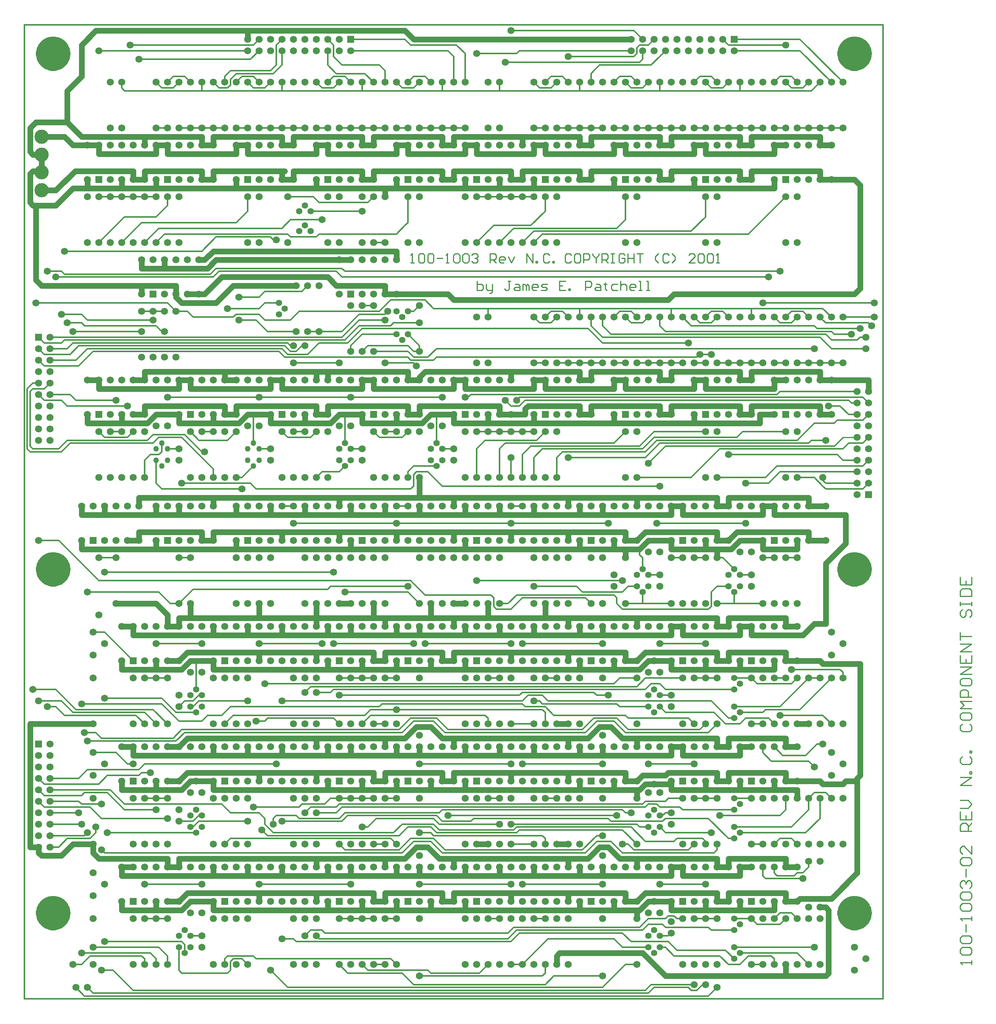
<source format=gtl>
*%FSLAX23Y23*%
*%MOIN*%
G01*
%ADD11C,0.006*%
%ADD12C,0.007*%
%ADD13C,0.008*%
%ADD14C,0.010*%
%ADD15C,0.012*%
%ADD16C,0.020*%
%ADD17C,0.030*%
%ADD18C,0.032*%
%ADD19C,0.036*%
%ADD20C,0.050*%
%ADD21C,0.050*%
%ADD22C,0.052*%
%ADD23C,0.054*%
%ADD24C,0.055*%
%ADD25C,0.056*%
%ADD26C,0.059*%
%ADD27C,0.062*%
%ADD28C,0.066*%
%ADD29C,0.070*%
%ADD30C,0.090*%
%ADD31C,0.125*%
%ADD32C,0.129*%
%ADD33C,0.140*%
%ADD34C,0.160*%
%ADD35C,0.250*%
%ADD36R,0.062X0.062*%
%ADD37R,0.066X0.066*%
D14*
X12526Y8850D02*
X12651D01*
X12526D02*
X12451Y8775D01*
X13651Y4283D02*
Y4250D01*
Y4267D02*
Y4283D01*
Y4267D02*
X13551D01*
X13552D01*
X13551D02*
X13568Y4250D01*
Y4333D02*
X13551Y4350D01*
Y4383D01*
X13568Y4400D01*
X13634D01*
X13651Y4383D01*
Y4350D01*
X13634Y4333D01*
X13568D01*
Y4433D02*
X13551Y4450D01*
Y4483D01*
X13568Y4500D01*
X13634D01*
X13651Y4483D01*
Y4450D01*
X13634Y4433D01*
X13568D01*
X13601Y4533D02*
Y4600D01*
X13651Y4633D02*
Y4667D01*
Y4650D01*
X13551D01*
X13552D01*
X13551D02*
X13568Y4633D01*
Y4717D02*
X13551Y4733D01*
Y4766D01*
X13568Y4783D01*
X13634D01*
X13651Y4766D01*
Y4733D01*
X13634Y4717D01*
X13568D01*
Y4816D02*
X13551Y4833D01*
Y4866D01*
X13568Y4883D01*
X13634D01*
X13651Y4866D01*
Y4833D01*
X13634Y4816D01*
X13568D01*
Y4916D02*
X13551Y4933D01*
Y4966D01*
X13568Y4983D01*
X13584D01*
X13585D01*
X13584D02*
X13585D01*
X13584D02*
X13585D01*
X13584D02*
X13601Y4966D01*
Y4950D01*
Y4966D01*
X13618Y4983D01*
X13634D01*
X13651Y4966D01*
Y4933D01*
X13634Y4916D01*
X13601Y5016D02*
Y5083D01*
X13568Y5116D02*
X13551Y5133D01*
Y5166D01*
X13568Y5183D01*
X13634D01*
X13651Y5166D01*
Y5133D01*
X13634Y5116D01*
X13568D01*
X13651Y5216D02*
Y5283D01*
Y5216D02*
X13584Y5283D01*
X13568D01*
X13551Y5266D01*
Y5233D01*
X13568Y5216D01*
X13551Y5416D02*
X13651D01*
X13551D02*
Y5466D01*
X13568Y5483D01*
X13601D01*
X13618Y5466D01*
Y5416D01*
Y5450D02*
X13651Y5483D01*
X13551Y5516D02*
Y5583D01*
Y5516D02*
X13651D01*
Y5583D01*
X13601Y5550D02*
Y5516D01*
X13618Y5616D02*
X13551D01*
X13618D02*
X13651Y5650D01*
X13618Y5683D01*
X13551D01*
Y5816D02*
X13651D01*
Y5883D02*
X13551Y5816D01*
Y5883D02*
X13651D01*
Y5916D02*
X13634D01*
Y5933D01*
X13651D01*
Y5916D01*
X13551Y6049D02*
X13568Y6066D01*
X13551Y6049D02*
Y6016D01*
X13568Y5999D01*
X13634D01*
X13651Y6016D01*
Y6049D01*
X13634Y6066D01*
Y6099D02*
X13651D01*
X13634D02*
Y6116D01*
X13651D01*
Y6099D01*
X13551Y6333D02*
X13568Y6349D01*
X13551Y6333D02*
Y6299D01*
X13568Y6283D01*
X13634D01*
X13651Y6299D01*
Y6333D01*
X13634Y6349D01*
X13551Y6399D02*
Y6433D01*
Y6399D02*
X13568Y6383D01*
X13634D01*
X13651Y6399D01*
Y6433D01*
X13634Y6449D01*
X13568D01*
X13551Y6433D01*
Y6483D02*
X13651D01*
X13584Y6516D02*
X13551Y6483D01*
X13584Y6516D02*
X13551Y6549D01*
X13651D01*
Y6583D02*
X13551D01*
Y6633D01*
X13568Y6649D01*
X13601D01*
X13618Y6633D01*
Y6583D01*
X13551Y6699D02*
Y6733D01*
Y6699D02*
X13568Y6683D01*
X13634D01*
X13651Y6699D01*
Y6733D01*
X13634Y6749D01*
X13568D01*
X13551Y6733D01*
Y6783D02*
X13651D01*
Y6849D02*
X13551Y6783D01*
Y6849D02*
X13651D01*
X13551Y6882D02*
Y6949D01*
Y6882D02*
X13651D01*
Y6949D01*
X13601Y6916D02*
Y6882D01*
X13651Y6982D02*
X13551D01*
X13651Y7049D01*
X13551D01*
Y7082D02*
Y7149D01*
Y7116D01*
X13651D01*
X13551Y7332D02*
X13568Y7349D01*
X13551Y7332D02*
Y7299D01*
X13568Y7282D01*
X13584D01*
X13601Y7299D01*
Y7332D01*
X13618Y7349D01*
X13634D01*
X13651Y7332D01*
Y7299D01*
X13634Y7282D01*
X13551Y7382D02*
Y7416D01*
Y7399D01*
X13651D01*
Y7382D01*
Y7416D01*
Y7466D02*
X13551D01*
X13651D02*
Y7516D01*
X13634Y7532D01*
X13568D01*
X13551Y7516D01*
Y7466D01*
Y7566D02*
Y7632D01*
Y7566D02*
X13651D01*
Y7632D01*
X13601Y7599D02*
Y7566D01*
X8778Y10375D02*
X8751D01*
X8764D02*
X8778D01*
X8764D02*
Y10455D01*
X8765D01*
X8764D02*
X8751Y10442D01*
X8818D02*
X8831Y10455D01*
X8858D01*
X8871Y10442D01*
Y10388D01*
X8858Y10375D01*
X8831D01*
X8818Y10388D01*
Y10442D01*
X8898D02*
X8911Y10455D01*
X8938D01*
X8951Y10442D01*
Y10388D01*
X8938Y10375D01*
X8911D01*
X8898Y10388D01*
Y10442D01*
X8978Y10415D02*
X9031D01*
X9058Y10375D02*
X9084D01*
X9071D01*
Y10455D01*
X9072D01*
X9071D02*
X9058Y10442D01*
X9124D02*
X9138Y10455D01*
X9164D01*
X9178Y10442D01*
Y10388D01*
X9164Y10375D01*
X9138D01*
X9124Y10388D01*
Y10442D01*
X9204D02*
X9218Y10455D01*
X9244D01*
X9258Y10442D01*
Y10388D01*
X9244Y10375D01*
X9218D01*
X9204Y10388D01*
Y10442D01*
X9284D02*
X9297Y10455D01*
X9324D01*
X9337Y10442D01*
Y10428D01*
X9338D01*
X9337D02*
X9338D01*
X9337D02*
X9338D01*
X9337D02*
X9324Y10415D01*
X9311D01*
X9324D01*
X9337Y10402D01*
Y10388D01*
X9324Y10375D01*
X9297D01*
X9284Y10388D01*
X9444Y10375D02*
Y10455D01*
X9484D01*
X9497Y10442D01*
Y10415D01*
X9484Y10402D01*
X9444D01*
X9471D02*
X9497Y10375D01*
X9537D02*
X9564D01*
X9537D02*
X9524Y10388D01*
Y10415D01*
X9537Y10428D01*
X9564D01*
X9577Y10415D01*
Y10402D01*
X9524D01*
X9604Y10428D02*
X9631Y10375D01*
X9657Y10428D01*
X9764Y10455D02*
Y10375D01*
X9817D02*
X9764Y10455D01*
X9817D02*
Y10375D01*
X9844D02*
Y10388D01*
X9857D01*
Y10375D01*
X9844D01*
X9951Y10455D02*
X9964Y10442D01*
X9951Y10455D02*
X9924D01*
X9911Y10442D01*
Y10388D01*
X9924Y10375D01*
X9951D01*
X9964Y10388D01*
X9991D02*
Y10375D01*
Y10388D02*
X10004D01*
Y10375D01*
X9991D01*
X10141Y10455D02*
X10154Y10442D01*
X10141Y10455D02*
X10114D01*
X10101Y10442D01*
Y10388D01*
X10114Y10375D01*
X10141D01*
X10154Y10388D01*
X10194Y10455D02*
X10221D01*
X10194D02*
X10181Y10442D01*
Y10388D01*
X10194Y10375D01*
X10221D01*
X10234Y10388D01*
Y10442D01*
X10221Y10455D01*
X10261D02*
Y10375D01*
Y10455D02*
X10301D01*
X10314Y10442D01*
Y10415D01*
X10301Y10402D01*
X10261D01*
X10341Y10442D02*
Y10455D01*
Y10442D02*
X10368Y10415D01*
X10394Y10442D01*
Y10455D01*
X10368Y10415D02*
Y10375D01*
X10421D02*
Y10455D01*
X10461D01*
X10474Y10442D01*
Y10415D01*
X10461Y10402D01*
X10421D01*
X10448D02*
X10474Y10375D01*
X10501Y10455D02*
X10528D01*
X10514D01*
Y10375D01*
X10501D01*
X10528D01*
X10608Y10455D02*
X10621Y10442D01*
X10608Y10455D02*
X10581D01*
X10568Y10442D01*
Y10388D01*
X10581Y10375D01*
X10608D01*
X10621Y10388D01*
Y10415D01*
X10594D01*
X10647Y10455D02*
Y10375D01*
Y10415D01*
X10701D01*
Y10455D01*
Y10375D01*
X10727Y10455D02*
X10781D01*
X10754D01*
Y10375D01*
X10887Y10402D02*
X10914Y10375D01*
X10887Y10402D02*
Y10428D01*
X10914Y10455D01*
X10994D02*
X11007Y10442D01*
X10994Y10455D02*
X10967D01*
X10954Y10442D01*
Y10388D01*
X10967Y10375D01*
X10994D01*
X11007Y10388D01*
X11034Y10375D02*
X11061Y10402D01*
Y10428D01*
X11034Y10455D01*
X11181Y10375D02*
X11234D01*
X11181D02*
X11234Y10428D01*
Y10442D01*
X11221Y10455D01*
X11194D01*
X11181Y10442D01*
X11261D02*
X11274Y10455D01*
X11301D01*
X11314Y10442D01*
Y10388D01*
X11301Y10375D01*
X11274D01*
X11261Y10388D01*
Y10442D01*
X11341D02*
X11354Y10455D01*
X11381D01*
X11394Y10442D01*
Y10388D01*
X11381Y10375D01*
X11354D01*
X11341Y10388D01*
Y10442D01*
X11421Y10375D02*
X11447D01*
X11434D01*
Y10455D01*
X11435D01*
X11434D02*
X11421Y10442D01*
X9331Y10215D02*
Y10135D01*
X9371D01*
X9384Y10148D01*
Y10162D01*
Y10175D01*
X9371Y10188D01*
X9331D01*
X9411D02*
Y10148D01*
X9424Y10135D01*
X9464D01*
Y10122D01*
X9451Y10108D01*
X9438D01*
X9464Y10135D02*
Y10188D01*
X9598Y10215D02*
X9624D01*
X9611D02*
X9598D01*
X9611D02*
Y10148D01*
X9598Y10135D01*
X9584D01*
X9571Y10148D01*
X9664Y10188D02*
X9691D01*
X9704Y10175D01*
Y10135D01*
X9664D01*
X9651Y10148D01*
X9664Y10162D01*
X9704D01*
X9731Y10135D02*
Y10188D01*
X9744D01*
X9758Y10175D01*
Y10135D01*
Y10175D01*
X9771Y10188D01*
X9784Y10175D01*
Y10135D01*
X9824D02*
X9851D01*
X9824D02*
X9811Y10148D01*
Y10175D01*
X9824Y10188D01*
X9851D01*
X9864Y10175D01*
Y10162D01*
X9811D01*
X9891Y10135D02*
X9931D01*
X9944Y10148D01*
X9931Y10162D01*
X9904D01*
X9891Y10175D01*
X9904Y10188D01*
X9944D01*
X10051Y10215D02*
X10104D01*
X10051D02*
Y10135D01*
X10104D01*
X10077Y10175D02*
X10051D01*
X10131Y10148D02*
Y10135D01*
Y10148D02*
X10144D01*
Y10135D01*
X10131D01*
X10277D02*
Y10215D01*
X10317D01*
X10331Y10202D01*
Y10175D01*
X10317Y10162D01*
X10277D01*
X10371Y10188D02*
X10397D01*
X10411Y10175D01*
Y10135D01*
X10371D01*
X10357Y10148D01*
X10371Y10162D01*
X10411D01*
X10451Y10188D02*
Y10202D01*
Y10188D02*
X10437D01*
X10464D01*
X10451D01*
Y10148D01*
X10464Y10135D01*
X10517Y10188D02*
X10557D01*
X10517D02*
X10504Y10175D01*
Y10148D01*
X10517Y10135D01*
X10557D01*
X10584D02*
Y10215D01*
Y10175D02*
Y10135D01*
Y10175D02*
X10597Y10188D01*
X10624D01*
X10637Y10175D01*
Y10135D01*
X10677D02*
X10704D01*
X10677D02*
X10664Y10148D01*
Y10175D01*
X10677Y10188D01*
X10704D01*
X10717Y10175D01*
Y10162D01*
X10664D01*
X10744Y10135D02*
X10771D01*
X10757D01*
Y10215D01*
X10744D01*
X10811Y10135D02*
X10837D01*
X10824D01*
Y10215D01*
X10811D01*
D15*
X8301Y9925D02*
X8151Y9775D01*
X12151Y6475D02*
X12426Y6750D01*
X12126Y8825D02*
X12276Y8975D01*
X10376Y5375D02*
X10251Y5250D01*
X6851Y7525D02*
X6726Y7400D01*
X6026Y10550D02*
X6251Y10775D01*
X6401Y10725D02*
X6226Y10550D01*
X6426D02*
X6551Y10675D01*
X9801Y10700D02*
X9926Y10825D01*
X9476Y10700D02*
X9326Y10550D01*
X9526D02*
X9651Y10675D01*
X11201Y10650D02*
X11326Y10775D01*
X11701Y10625D02*
X12026Y10950D01*
X11451Y8750D02*
X11201Y8500D01*
X10976Y8775D02*
X10826Y8625D01*
X10801Y8675D02*
X10926Y8800D01*
X12226Y5600D02*
X12076Y5450D01*
X12201Y5400D02*
X12326Y5525D01*
X11976Y6500D02*
X12226Y6750D01*
X10751Y8775D02*
X10876Y8900D01*
X8301Y9875D02*
X8151Y9725D01*
X8176Y9700D02*
X8301Y9825D01*
X8326Y9800D02*
X8201Y9675D01*
X5976Y9600D02*
X5851Y9475D01*
X6926Y10475D02*
X7051Y10600D01*
X8901Y8550D02*
X9026Y8425D01*
X10601Y5425D02*
X10726Y5300D01*
X6726Y6375D02*
X6576Y6525D01*
Y6575D02*
X6701Y6450D01*
X6326Y6900D02*
X6076Y7150D01*
X5651Y6650D02*
X5826Y6475D01*
X6501D02*
X6626Y6350D01*
X11376Y6550D02*
X11526Y6400D01*
X11351Y5525D02*
X11526Y5350D01*
X12526Y11950D02*
X12151Y12325D01*
Y12225D02*
X12426Y11950D01*
X10301Y9800D02*
X10426Y9675D01*
X6926Y8725D02*
X6776Y8875D01*
X8751Y7600D02*
X8876Y7475D01*
X6026Y7600D02*
X5676Y7950D01*
X6126Y5775D02*
X6251Y5650D01*
Y5600D02*
X6101Y5750D01*
X10676Y5450D02*
X10801Y5325D01*
X7026Y8575D02*
X6751Y8850D01*
X6151Y4200D02*
X6326Y4025D01*
X10426Y4050D02*
X10626Y4250D01*
X7676Y4050D02*
X7526Y4200D01*
X9726Y4250D02*
X9951Y4475D01*
X11201Y4025D02*
X11251D01*
X11301Y4075D02*
X11326D01*
X11351Y3975D02*
X5901D01*
X8776Y4075D02*
X9926D01*
X10826Y4000D02*
X5976D01*
X10876Y4050D02*
X11176D01*
X10801Y4025D02*
X6326D01*
X10851Y4075D02*
X11226D01*
X10426Y4050D02*
X7676D01*
X5401Y8750D02*
Y9275D01*
X5426Y9250D02*
Y8775D01*
X5401Y9275D02*
X5451Y9325D01*
Y9275D02*
X5426Y9250D01*
X5401Y8750D02*
X5426Y8725D01*
X5551Y9575D02*
X5501Y9625D01*
Y5675D02*
X5551Y5625D01*
Y5725D02*
X5501Y5775D01*
X5551Y5825D02*
X5501Y5875D01*
X5551Y9675D02*
X5501Y9725D01*
Y9525D02*
X5551Y9475D01*
X5501Y9225D02*
X5551Y9175D01*
X5426Y8775D02*
X5451Y8750D01*
X5801Y4250D02*
X5876D01*
X11726D02*
X11826D01*
X8676Y4175D02*
X8201D01*
X9626Y4250D02*
X9726D01*
X8526D02*
X8426D01*
X8576Y4300D02*
X7401D01*
X7276D02*
X7201D01*
X7151Y4175D02*
X6751D01*
X11526Y4250D02*
X11626D01*
X6151Y4200D02*
X6051D01*
X8826Y4150D02*
X9901D01*
X10001D02*
X10426D01*
X8901Y4200D02*
X8376D01*
X8926Y4175D02*
X9351D01*
X10626Y4250D02*
X10726D01*
X5751Y5350D02*
X5676Y5275D01*
X5701Y9675D02*
X5726Y9700D01*
X5601Y9325D02*
X5551Y9275D01*
X5776Y8800D02*
X5701Y8725D01*
X5676Y8750D02*
X5751Y8825D01*
X5701Y6550D02*
X5801Y6450D01*
X5726Y6425D02*
X5651Y6500D01*
X5751Y9125D02*
X5701Y9175D01*
X5726Y10275D02*
X5701Y10300D01*
X11626Y4350D02*
X12126D01*
X11001Y4500D02*
X10926D01*
X10826Y4400D02*
X10601D01*
X7376Y4325D02*
X7151D01*
X6551Y4400D02*
X5976D01*
X6076Y4450D02*
X6551D01*
X6751D01*
X6826Y4500D02*
X6926D01*
X11576Y4400D02*
X12276D01*
X11501Y4375D02*
X11076D01*
X11001Y4450D02*
X10676D01*
X7726Y4475D02*
X7626D01*
X7951D02*
X9601D01*
X9626Y4450D02*
X7751D01*
X6476Y4350D02*
X5876D01*
X5951Y4325D02*
X6401D01*
X11701D02*
X11901D01*
X11451D02*
X11051D01*
X10976Y4400D02*
X10926D01*
X10526Y4475D02*
X9951D01*
X5776Y9575D02*
X5851Y9650D01*
X5926Y5400D02*
X5901Y5375D01*
X5876Y5725D02*
X5901Y5750D01*
X5851Y5875D02*
X5926Y5950D01*
X5951Y4325D02*
X5876Y4250D01*
X5751Y9625D02*
X5801Y9675D01*
X5926Y9625D02*
X5826Y9525D01*
X5926Y4050D02*
X5976Y4000D01*
X5901Y3975D02*
X5826Y4050D01*
X5876Y5650D02*
X5851Y5675D01*
X5901Y9825D02*
X5876Y9850D01*
X5926Y9875D02*
X5876Y9925D01*
X5776Y9225D02*
X5826Y9175D01*
X9826Y4650D02*
X9926D01*
X6626D02*
X6526D01*
X6426D01*
X11976Y4700D02*
X12076D01*
X11976Y4600D02*
X11776D01*
X11726Y4650D02*
X11576D01*
X9526D02*
X9426D01*
X8626D02*
X8526D01*
X8426D02*
X8326D01*
X8226D02*
X8126D01*
X8226D02*
X8326D01*
X10701Y4575D02*
X10751D01*
X10826Y4650D02*
X10976D01*
X11001Y4675D02*
X11051D01*
X11076Y4650D02*
X11126D01*
X11326D02*
X11426D01*
X11326D02*
X11226D01*
X10951Y4600D02*
X10826D01*
X10976Y4575D02*
X11351D01*
X11376Y4550D02*
X11576D01*
X7976D02*
X7876D01*
X9651Y4575D02*
X10701D01*
X9601Y4525D02*
X8001D01*
X9676Y4550D02*
X10776D01*
X10601Y4525D02*
X9701D01*
X6001Y5400D02*
Y5450D01*
Y5400D02*
X5951Y5350D01*
X6026Y5825D02*
X6101Y5900D01*
X6051Y6225D02*
X6001Y6275D01*
X6076Y8850D02*
X6026Y8900D01*
X6051Y5250D02*
X6076Y5225D01*
X6051Y5525D02*
X5951Y5625D01*
X6226Y11900D02*
Y11950D01*
X6326Y8900D02*
X6276Y8850D01*
X6176Y6100D02*
X6276Y6000D01*
X6251Y11875D02*
X6226Y11900D01*
X8826Y4950D02*
X9626D01*
X9726D02*
X10426D01*
X8226D02*
X7426D01*
X6926D02*
X6426D01*
X11851Y5000D02*
X12176D01*
Y5050D02*
X12126D01*
X12101Y5025D02*
X11951D01*
X11326Y4950D02*
X10926D01*
X6526Y4300D02*
Y4250D01*
X6426D02*
Y4300D01*
Y8500D02*
Y8650D01*
X6526D02*
Y8450D01*
X6426Y6000D02*
X6376Y5950D01*
X6526Y10775D02*
X6626Y10875D01*
X6601Y10625D02*
X6526Y10550D01*
X6401Y5925D02*
X6376Y5900D01*
X6501Y8800D02*
X6551Y8850D01*
X6501Y8875D02*
X6451Y8825D01*
X6476Y8700D02*
X6426Y8650D01*
Y6450D02*
X6526Y6350D01*
X6426D02*
X6351Y6425D01*
X6476Y4350D02*
X6526Y4300D01*
X6426D02*
X6401Y4325D01*
X6576Y11900D02*
X6526Y11950D01*
Y9825D02*
X6576Y9775D01*
X6526Y8450D02*
X6576Y8400D01*
X6076Y5225D02*
X8676D01*
X9026D02*
X10276D01*
X10251Y5250D02*
X9051D01*
X8651D02*
X8176D01*
X10701D02*
X11176D01*
X5676Y5275D02*
X5601D01*
X10601Y5225D02*
X11401D01*
X6626Y10875D02*
Y10950D01*
Y4325D02*
Y4250D01*
X6576Y8725D02*
Y8800D01*
X6751Y6300D02*
X6676Y6225D01*
X6701Y6200D02*
X6776Y6275D01*
X6676Y11900D02*
X6726Y11950D01*
X6676Y12000D02*
X6626Y11950D01*
X6576Y8725D02*
X6551Y8700D01*
Y7500D02*
X6651Y7400D01*
X6551Y4400D02*
X6626Y4325D01*
X6701Y9950D02*
X6626Y10025D01*
X8776Y5325D02*
X8926D01*
X10376D02*
X10501D01*
X10426Y5375D02*
X10376D01*
X8951Y5350D02*
X8751D01*
X8526Y5300D02*
X8426D01*
X8376Y5450D02*
X8326D01*
X11976Y5350D02*
X12076D01*
X11826Y5300D02*
X11726D01*
X10651D02*
X10601D01*
X10976Y5400D02*
X11076D01*
X11376D01*
X5951Y5350D02*
X5751D01*
X5876Y5475D02*
X5601D01*
Y5375D02*
X5901D01*
X9626Y5300D02*
X9826D01*
X11526Y5350D02*
X11576D01*
Y5450D02*
X12076D01*
X12201Y5400D02*
X11626D01*
X6876D02*
X6101D01*
X6826Y5450D02*
X6851D01*
X7176Y5350D02*
X8576D01*
X9001Y5425D02*
X9651D01*
X11076Y5350D02*
X11301D01*
X8651Y5375D02*
X7501D01*
X7551Y5400D02*
X8601D01*
X8676Y5475D02*
X8951D01*
X8926Y5450D02*
X8726D01*
X8826Y5400D02*
X8926D01*
X8951Y5375D02*
X9901D01*
X9526Y5475D02*
X9001D01*
X9701Y5425D02*
X10601D01*
X9676Y5400D02*
X8976D01*
X9676Y5450D02*
X10676D01*
X10751D02*
X10826D01*
X10726Y5475D02*
X9626D01*
X10801Y5325D02*
X11051D01*
X6726Y4400D02*
Y4200D01*
X6776Y4350D02*
Y4425D01*
X6876Y6650D02*
Y6900D01*
X6901Y6550D02*
X6851Y6500D01*
Y6550D02*
X6901Y6600D01*
X6776Y6550D02*
X6726Y6500D01*
X6901Y5550D02*
X6851Y5500D01*
Y5450D02*
X6901Y5500D01*
X6851Y9900D02*
X6801Y9950D01*
X6826Y8900D02*
X6901Y8825D01*
X6726Y4200D02*
X6751Y4175D01*
X6776Y4425D02*
X6751Y4450D01*
X6826Y11950D02*
X6776Y12000D01*
X10626Y5575D02*
X10676D01*
X10601Y5600D02*
X9026D01*
X8101Y5575D02*
X7926D01*
X7751Y5550D02*
X7576D01*
X11451D02*
X11976D01*
X11026Y5575D02*
X10976D01*
X10951Y5550D02*
X10926D01*
X5851Y5575D02*
X5601D01*
X8126Y5650D02*
X10776D01*
X8101Y5625D02*
X7876D01*
X7801Y5650D02*
X8001D01*
X7776Y5625D02*
X7376D01*
X5951D02*
X5551D01*
X10801Y5675D02*
X10976D01*
Y5525D02*
X11351D01*
X10901Y5650D02*
X10826D01*
X10926Y5625D02*
X11101D01*
X11126Y5600D02*
X11576D01*
X6051Y5650D02*
X5876D01*
X5851Y5675D02*
X5601D01*
X6726Y5500D02*
X6851D01*
X6901Y5550D02*
X6926D01*
X6901Y5500D02*
X7326D01*
X9076Y5550D02*
X10551D01*
X10801Y5625D02*
X8151D01*
X7101Y5650D02*
X6251D01*
X7176Y5575D02*
X7426D01*
X6526Y5600D02*
X6251D01*
X6051Y5525D02*
X6626D01*
X8176Y5575D02*
X9001D01*
X8126Y5525D02*
X7776D01*
X7626Y5500D02*
X8151D01*
X8201Y5550D02*
X8976D01*
X8951Y5525D02*
X8451D01*
X9026Y5500D02*
X9276D01*
X9301Y5525D02*
X10476D01*
X10501Y5500D02*
X10951D01*
X6926Y11875D02*
Y11950D01*
X7026Y8575D02*
Y8500D01*
X6976Y6425D02*
X6926Y6375D01*
X7101Y6425D02*
X7176Y6500D01*
X7001Y10275D02*
X7051Y10325D01*
X7076Y10300D02*
X7026Y10250D01*
X7076Y11900D02*
X7026Y11950D01*
X7101Y5650D02*
X7176Y5575D01*
X8051Y5700D02*
X8126D01*
X6101Y5750D02*
X5901D01*
X5876Y5725D02*
X5551D01*
Y5825D02*
X6026D01*
X5851Y5875D02*
X5601D01*
X11001Y5700D02*
X11126D01*
X12276Y5750D02*
X12376D01*
X11726Y5700D02*
X11576D01*
X11326D02*
X11226D01*
X11326D02*
X11426D01*
X10026D02*
X9926D01*
X9526D02*
X9426D01*
X8626D02*
X8526D01*
X8426D02*
X8326D01*
X8226D01*
X8126D01*
X6626D02*
X6526D01*
X6426D01*
X6126Y5775D02*
X5601D01*
X7126Y4300D02*
Y4250D01*
X7176Y4275D02*
Y4200D01*
Y11925D02*
Y11975D01*
X7126Y11950D02*
Y12000D01*
X7201Y6425D02*
X7126Y6350D01*
X7226Y10725D02*
X7326Y10825D01*
X7226Y9925D02*
X7201Y9900D01*
X7226Y8900D02*
X7151Y8825D01*
Y4325D02*
X7126Y4300D01*
X7176Y4275D02*
X7201Y4300D01*
X7176Y4200D02*
X7151Y4175D01*
X7226Y11950D02*
X7276Y12000D01*
X7226Y12025D02*
X7176Y11975D01*
Y11925D02*
X7151Y11900D01*
X7126Y12000D02*
X7176Y12050D01*
Y5350D02*
X7126Y5300D01*
X7276Y8500D02*
X7376Y8600D01*
X7276Y4300D02*
X7326Y4250D01*
X11901Y6025D02*
X12226D01*
X9626Y6000D02*
X8826D01*
X9726D02*
X10426D01*
X7576D02*
X6426D01*
X12001Y6075D02*
X12201D01*
X6326Y6000D02*
X6276D01*
X10826D02*
X11226D01*
X6376Y5950D02*
X5926D01*
X6401Y5925D02*
X6476D01*
X6376Y5900D02*
X6101D01*
X7326Y10825D02*
Y10950D01*
X7476Y5525D02*
Y5475D01*
X7376Y8800D02*
Y9050D01*
X7501Y6400D02*
X7476Y6375D01*
Y11900D02*
X7526Y11950D01*
X7376Y12275D02*
X7426Y12325D01*
Y12225D02*
X7351Y12150D01*
X7476Y10125D02*
X7426Y10075D01*
X7476Y10025D02*
X7426Y9975D01*
X7351Y8450D02*
X7401Y8400D01*
X7476Y9875D02*
X7426Y9925D01*
X7376Y4325D02*
X7401Y4300D01*
X7426Y11950D02*
X7376Y12000D01*
X7326Y11950D02*
X7376Y11900D01*
X7401Y9875D02*
X7501Y9775D01*
X7426Y5575D02*
X7476Y5525D01*
X7451Y5425D02*
X7501Y5375D01*
X7551Y5400D02*
X7476Y5475D01*
X12301Y6175D02*
X12351D01*
X6176Y6100D02*
X5976D01*
X5926Y6200D02*
X6701D01*
X6001Y6275D02*
X5901D01*
X9051D02*
X10276D01*
X8676D02*
X6776D01*
X6676Y6225D02*
X6051D01*
X10626Y6275D02*
X11351D01*
X7551Y5525D02*
Y5475D01*
X7626Y11875D02*
Y11950D01*
Y12100D02*
Y12225D01*
X7576Y12275D02*
Y12100D01*
Y5550D02*
X7551Y5525D01*
X7626Y10675D02*
X7701Y10750D01*
X7776Y9950D02*
X7701Y9875D01*
X7551Y12025D02*
X7626Y12100D01*
X7576D02*
X7526Y12050D01*
X7576Y12275D02*
X7626Y12325D01*
X7651Y9650D02*
X7701Y9600D01*
Y10600D02*
X7676Y10625D01*
X7626Y8900D02*
X7676Y8850D01*
X7701Y9650D02*
X7676Y9675D01*
X7626Y9625D02*
X7676Y9575D01*
X7651Y9550D02*
X7601Y9600D01*
X7551Y10575D02*
X7526Y10600D01*
X11976Y6425D02*
X12351D01*
X11826Y6450D02*
X11626D01*
X8526Y6350D02*
X8426D01*
X11726D02*
X11826D01*
X7476Y6375D02*
X7401D01*
X7501Y6400D02*
X8076D01*
X6926Y6375D02*
X6726D01*
X6701Y6450D02*
X6876D01*
X6426D02*
X5801D01*
X5726Y6425D02*
X6351D01*
X6976D02*
X7101D01*
X10001D02*
X10626D01*
X10651Y6400D02*
X11176D01*
X10251Y6300D02*
X9076D01*
X10351Y6400D02*
X10551D01*
X10526Y6375D02*
X10376D01*
X8976Y6400D02*
X8751D01*
X8651Y6300D02*
X6751D01*
X8776Y6375D02*
X8951D01*
X10651Y6300D02*
X11276D01*
X9826Y6350D02*
X9626D01*
X8351Y6425D02*
X7201D01*
X8401D02*
X9401D01*
X11526Y6400D02*
X11576D01*
X11676D02*
X11876D01*
X11626Y6350D02*
X11501D01*
X11401Y6450D02*
X10976D01*
X7801Y9650D02*
X7751Y9600D01*
X7876Y5625D02*
X7826Y5575D01*
X7776Y5625D02*
X7801Y5650D01*
X7876Y8850D02*
X7926Y8900D01*
X7876Y4550D02*
X7826Y4500D01*
X7801Y10125D02*
X7851Y10175D01*
X7951Y9675D02*
X7851Y9575D01*
X7876Y6675D02*
X7826Y6625D01*
X7751Y5550D02*
X7776Y5525D01*
X7726Y4475D02*
X7751Y4450D01*
X11851Y6475D02*
X12151D01*
X10476Y6600D02*
X10376D01*
X10351Y6625D02*
X9726D01*
X9701Y6600D02*
X8126D01*
X6576Y6525D02*
X5876D01*
X6076Y6575D02*
X6576D01*
X6501Y6475D02*
X5826D01*
X5651Y6650D02*
X5626D01*
X5451D01*
X5501Y6550D02*
X5701D01*
X5651Y6500D02*
X5576D01*
X9901Y6525D02*
X10551D01*
X9876Y6550D02*
X9826D01*
X9776Y6600D02*
X9901D01*
X9926Y6500D02*
X9751D01*
X9726Y6525D02*
X8501D01*
X8476Y6500D02*
X7176D01*
X7326Y6550D02*
X6901D01*
X6851Y6500D02*
X6826D01*
X6901Y6600D02*
X6926D01*
X6851Y6550D02*
X6826D01*
X6776D01*
X9951D02*
X11376D01*
X9726D02*
X7626D01*
X10576Y6500D02*
X10826D01*
X9901Y6475D02*
X8626D01*
X8401D01*
X10976Y6650D02*
X11576D01*
Y6500D02*
X11976D01*
X8051Y6625D02*
X7926D01*
X8076Y6650D02*
X10801D01*
X10926Y6600D02*
X11026D01*
X8026Y12100D02*
Y12225D01*
X8076Y12175D02*
Y12275D01*
X7976Y8550D02*
X7926Y8500D01*
X8051Y7550D02*
X8026Y7525D01*
X7926Y10600D02*
X7951Y10625D01*
X8051Y5700D02*
X8001Y5650D01*
X8026Y11950D02*
X8076Y12000D01*
X8126Y11950D02*
X8076Y11900D01*
Y6650D02*
X8051Y6625D01*
X8076Y6400D02*
X8126Y6350D01*
X7926Y4500D02*
X7951Y4475D01*
X8001Y4525D02*
X7976Y4550D01*
Y11900D02*
X7926Y11950D01*
X8026Y12100D02*
X8101Y12025D01*
X8076Y12275D02*
X8026Y12325D01*
X8076Y12175D02*
X8151Y12100D01*
X7901Y10950D02*
X7951Y10900D01*
X12076Y6825D02*
X12501D01*
X10726Y6675D02*
X8001D01*
X10801Y6750D02*
X11126D01*
X10926Y6700D02*
X10851D01*
X6526Y6750D02*
X6426D01*
X6526D02*
X6626D01*
X8226D02*
X8251D01*
X8226D02*
X8126D01*
X8251D02*
X8326D01*
X8426D01*
X8526D02*
X8626D01*
X9426D02*
X9526D01*
X9926D02*
X10026D01*
X11326D02*
X11426D01*
X11326D02*
X11226D01*
X12226D02*
X12326D01*
X12076Y6700D02*
X11776D01*
X11726Y6750D02*
X11576D01*
X10726D02*
X10576D01*
X10526Y6700D02*
X7476D01*
X7876Y6675D02*
X8001D01*
X11926Y6750D02*
X12026D01*
X8226Y9600D02*
Y9650D01*
X8176Y9050D02*
Y8800D01*
X8151Y5625D02*
X8101Y5575D01*
X8126Y8550D02*
X8176Y8600D01*
X8126Y5650D02*
X8101Y5625D01*
X8226Y9650D02*
X8326Y9750D01*
X8176Y5575D02*
X8126Y5525D01*
X8151Y5500D02*
X8201Y5550D01*
X8126Y5300D02*
X8176Y5250D01*
X8126Y4250D02*
X8201Y4175D01*
X8226Y11950D02*
X8176Y12000D01*
X8101Y10300D02*
X8151Y10250D01*
X8176Y10300D02*
X8151Y10325D01*
X7976Y7050D02*
X7426D01*
X8876D02*
X9626D01*
X8776D02*
X8076D01*
X9726D02*
X10426D01*
X6926D02*
X6526D01*
X10926D02*
X11326D01*
X8326Y11875D02*
Y11950D01*
X8576Y10050D02*
X8476Y9950D01*
X8376Y9650D02*
X8326Y9600D01*
X8501Y6525D02*
X8476Y6500D01*
X8401Y6475D02*
X8351Y6425D01*
X8401D02*
X8326Y6350D01*
X8376Y10900D02*
X8426Y10950D01*
X8451Y5525D02*
X8376Y5450D01*
X8476Y8850D02*
X8426Y8900D01*
X8326Y4250D02*
X8376Y4200D01*
X8426Y11950D02*
X8351Y12025D01*
X8476Y12100D02*
X8526Y12050D01*
X6076Y7150D02*
X5976D01*
X8526Y11950D02*
Y12050D01*
X8551Y9950D02*
X8526Y9925D01*
X8776Y5325D02*
X8676Y5225D01*
X8651Y5250D02*
X8751Y5350D01*
X8651Y6300D02*
X8751Y6400D01*
X8776Y6375D02*
X8676Y6275D01*
X8626Y10625D02*
X8701Y10700D01*
X8726Y8900D02*
X8676Y8850D01*
X8576Y9825D02*
X8601Y9850D01*
X8726Y5450D02*
X8651Y5375D01*
X8601Y5400D02*
X8676Y5475D01*
X8576Y4300D02*
X8626Y4250D01*
X8676Y11900D02*
X8626Y11950D01*
X8576Y5350D02*
X8626Y5300D01*
X8676Y4175D02*
X8776Y4075D01*
X6726Y7400D02*
X6651D01*
X11426D02*
X11576D01*
X11826D01*
X10776D02*
X10626D01*
X10776D02*
X10926D01*
X11026D01*
X9601D02*
X9526D01*
X10601Y7350D02*
X11351D01*
X10276Y7450D02*
X9726D01*
X9626Y7350D02*
X9501D01*
X8726Y8500D02*
Y8550D01*
X8776Y8525D02*
Y8425D01*
X8726Y10725D02*
Y10950D01*
X8826Y9650D02*
Y9600D01*
X8776Y8600D02*
X8726Y8550D01*
X8776Y8425D02*
X8751Y8400D01*
X8776Y8525D02*
X8801Y8550D01*
X8701Y10700D02*
X8726Y10725D01*
X8776Y11900D02*
X8826Y11950D01*
X8776Y12000D02*
X8726Y11950D01*
X8826Y10000D02*
X8776Y9950D01*
X8926Y11950D02*
X8876Y12000D01*
X8751Y12275D02*
X8701Y12325D01*
X8726Y9750D02*
X8826Y9650D01*
X8951Y9975D02*
X8876Y10050D01*
X8726Y7500D02*
X8826Y7400D01*
X8776Y9600D02*
X8726Y9650D01*
Y9600D02*
X8776Y9550D01*
X8751Y9525D02*
X8726Y9550D01*
X8776Y9500D02*
X8801Y9475D01*
X6551Y7500D02*
X5926D01*
X9326Y7600D02*
X10601D01*
X8726Y7550D02*
X8051D01*
X8026Y7525D02*
X6851D01*
X8176Y7500D02*
X8726D01*
X9676Y7475D02*
X10526D01*
X11426Y7550D02*
X11526D01*
X10726D02*
X10651D01*
X10601Y7500D02*
X10251D01*
X10201Y7550D02*
X9826D01*
X9451Y7475D02*
X8876D01*
X8751Y7600D02*
X6026D01*
X9026Y11875D02*
Y11950D01*
X8976Y9050D02*
Y8800D01*
X8901Y9550D02*
X8976Y9625D01*
Y9550D02*
X8951Y9525D01*
X9026Y5600D02*
X9001Y5575D01*
X8951Y5350D02*
X9051Y5250D01*
X9076Y6300D02*
X8976Y6400D01*
X8951Y6375D02*
X9051Y6275D01*
X8926Y5325D02*
X9026Y5225D01*
Y5500D02*
X8976Y5550D01*
X8951Y5475D02*
X9001Y5425D01*
X8976Y5400D02*
X8926Y5450D01*
Y5400D02*
X8951Y5375D01*
X9001Y5475D02*
X8951Y5525D01*
X8901Y4200D02*
X8926Y4175D01*
X8076Y7675D02*
X6076D01*
X11626Y7650D02*
X11726D01*
X11826Y7800D02*
X11926D01*
X12026D02*
X12126D01*
X11126D02*
X11026D01*
X11226D02*
X11326D01*
X10926Y7650D02*
X10826D01*
X6826Y7800D02*
X6726D01*
X6176D02*
X6026D01*
X11426D02*
X11476D01*
X9226Y11950D02*
Y12200D01*
X9126Y12175D02*
Y11950D01*
X9276Y9225D02*
X9251Y9200D01*
X9226Y12200D02*
X9151Y12275D01*
X9076Y12225D02*
X9126Y12175D01*
X5676Y7950D02*
X5501D01*
X9426Y6400D02*
Y6350D01*
X9326Y8500D02*
Y8750D01*
X9426Y9900D02*
Y9975D01*
X9401Y8825D02*
X9326Y8750D01*
X9301Y5525D02*
X9276Y5500D01*
X9426Y6400D02*
X9401Y6425D01*
X9476Y7450D02*
X9451Y7475D01*
X9426Y4250D02*
X9351Y4175D01*
X10901Y8100D02*
X11676D01*
X8626D02*
X7726D01*
X9626D02*
X10476D01*
X9626D02*
X8626D01*
X9626Y8500D02*
Y8675D01*
X9526Y8750D02*
Y8500D01*
Y11875D02*
Y11950D01*
X9476Y7450D02*
Y7375D01*
X9526Y8750D02*
X9576Y8800D01*
X9676Y4550D02*
X9601Y4475D01*
Y4525D02*
X9651Y4575D01*
X9701Y4525D02*
X9626Y4450D01*
X9601Y7400D02*
X9676Y7475D01*
X9726Y7450D02*
X9626Y7350D01*
X9676Y5450D02*
X9651Y5425D01*
X9626Y9125D02*
X9576Y9175D01*
X9476Y7375D02*
X9501Y7350D01*
X8751Y8400D02*
X7401D01*
X9026Y8425D02*
X10926D01*
X12376Y8400D02*
X12701D01*
X7726Y8250D02*
X7626D01*
X8626D02*
X8726D01*
X9626D02*
X9726D01*
X7276Y8400D02*
X6576D01*
X9826Y8500D02*
Y8675D01*
X9726Y8700D02*
Y8500D01*
Y6625D02*
X9701Y6600D01*
X9726Y6550D02*
X9776Y6600D01*
X9726Y10550D02*
X9826Y10650D01*
X9901Y10625D02*
X9826Y10550D01*
X9751Y9175D02*
X9701Y9125D01*
X9676Y9175D02*
X9701Y9200D01*
X9901Y8750D02*
X9826Y8675D01*
X9726Y8700D02*
X9801Y8775D01*
X9851Y8825D02*
X9926Y8900D01*
X9676Y12200D02*
X9701Y12225D01*
Y5425D02*
X9676Y5400D01*
X9751Y6500D02*
X9726Y6525D01*
X9876Y11900D02*
X9826Y11950D01*
Y9900D02*
X9876Y9850D01*
X7351Y8450D02*
X6751D01*
X8776Y8600D02*
X8976D01*
X8901Y8550D02*
X8801D01*
X8126D02*
X7976D01*
X12376Y8450D02*
X12651D01*
X11876D02*
X11676D01*
X11976Y8550D02*
X12651D01*
X11201Y8500D02*
X10726D01*
X11426D02*
X11851D01*
X11951Y8600D02*
X12701D01*
X12276Y8500D02*
X12126D01*
X7276D02*
X7226D01*
X9926Y6450D02*
Y6350D01*
Y10825D02*
Y10950D01*
X10026Y8675D02*
Y8500D01*
X9926Y5350D02*
Y5300D01*
Y4250D02*
Y4175D01*
X10026Y8675D02*
X10076Y8725D01*
X9976Y11900D02*
X10026Y11950D01*
X9976Y12000D02*
X9926Y11950D01*
X10026Y9900D02*
X9976Y9850D01*
X9926Y9900D02*
X9976Y9950D01*
X9876Y6550D02*
X9901Y6525D01*
X9951Y6550D02*
X9901Y6600D01*
X9926Y6500D02*
X10001Y6425D01*
X9926Y6450D02*
X9901Y6475D01*
Y5375D02*
X9926Y5350D01*
Y4175D02*
X9901Y4150D01*
X9926Y4075D02*
X10001Y4150D01*
X5701Y8725D02*
X5426D01*
X6626Y8750D02*
X6726D01*
X7426D02*
X7526D01*
X9026D02*
X9126D01*
X8326D02*
X8226D01*
X11451D02*
X12526D01*
X12476Y8700D02*
X11526D01*
X12526Y8650D02*
X12651D01*
X12226Y8800D02*
X10926D01*
X10976Y8775D02*
X12451D01*
X12576Y8800D02*
X12701D01*
X10801Y8675D02*
X10126D01*
X10076Y8725D02*
X10801D01*
X10776Y8750D02*
X9901D01*
X9801Y8775D02*
X10751D01*
X10526Y8800D02*
X9576D01*
X5676Y8750D02*
X5451D01*
X6926Y8725D02*
X6951D01*
X6501Y8800D02*
X5776D01*
X6476Y8700D02*
X6551D01*
X10226Y11875D02*
Y11950D01*
Y9975D02*
Y9900D01*
X10126Y11950D02*
X10076Y12000D01*
Y9950D02*
X10126Y9900D01*
X10201Y7550D02*
X10251Y7500D01*
X12276Y8975D02*
X12451D01*
X12126Y8825D02*
X10901D01*
X7026Y8900D02*
X6926D01*
X12251Y8825D02*
X12376D01*
X12476Y9000D02*
X12701D01*
X12026Y8900D02*
X11651D01*
X11601Y8850D02*
X10876D01*
Y8900D02*
X11326D01*
X9851Y8825D02*
X9401D01*
X8626Y8900D02*
X8526D01*
X8476Y8850D02*
X8676D01*
X7876D02*
X7676D01*
X7151Y8825D02*
X6901D01*
X6226Y8900D02*
X6126D01*
X6076Y8850D02*
X6276D01*
X9326Y8900D02*
X9426D01*
X9526D01*
X9626D01*
X9726D01*
X9826D01*
X7826D02*
X7726D01*
X6751Y8850D02*
X6551D01*
X6451Y8825D02*
X5751D01*
X6501Y8875D02*
X6776D01*
X10326Y9825D02*
Y9900D01*
X10426D02*
Y9825D01*
X10326Y11950D02*
Y12025D01*
X10376Y5325D02*
X10276Y5225D01*
X10251Y6300D02*
X10351Y6400D01*
X10376Y6375D02*
X10276Y6275D01*
X10351Y12050D02*
X10401Y12100D01*
X10351Y12050D02*
X10326Y12025D01*
X10351Y6625D02*
X10376Y6600D01*
X10426Y9725D02*
X10326Y9825D01*
X10426D02*
X10501Y9750D01*
X10276Y7450D02*
X10326Y7400D01*
X9701Y9125D02*
X9626D01*
X9751Y9175D02*
X12576D01*
X12701Y9200D02*
X9701D01*
X12601Y9150D02*
X12651D01*
Y9050D02*
X12576D01*
X12501Y9125D02*
X12401D01*
X9251Y9200D02*
X9226D01*
X7426D02*
X6626D01*
X7426D02*
X8226D01*
X5701Y9175D02*
X5551D01*
X5751Y9125D02*
X6276D01*
X6176Y9175D02*
X5826D01*
X8226Y9200D02*
X9026D01*
X10626Y10750D02*
Y10950D01*
X10551Y7450D02*
Y7400D01*
Y10675D02*
X10626Y10750D01*
Y8900D02*
X10526Y8800D01*
Y11950D02*
X10576Y12000D01*
Y9950D02*
X10526Y9900D01*
X10576Y6750D02*
X10526Y6700D01*
X10601Y7500D02*
X10651Y7550D01*
X10601Y5600D02*
X10626Y5575D01*
X10651Y6400D02*
X10626Y6425D01*
X10551Y6400D02*
X10651Y6300D01*
X10626Y6275D02*
X10526Y6375D01*
X10576Y6500D02*
X10551Y6525D01*
X10526Y4475D02*
X10601Y4400D01*
X10676Y4450D02*
X10601Y4525D01*
X10676Y11900D02*
X10626Y11950D01*
Y9900D02*
X10676Y9850D01*
X10501Y5325D02*
X10601Y5225D01*
X10551Y7450D02*
X10526Y7475D01*
X10551Y7400D02*
X10601Y7350D01*
X10476Y5525D02*
X10501Y5500D01*
X9276Y9225D02*
X11951D01*
X11976Y9250D02*
X12651D01*
X5776Y9225D02*
X5601D01*
X5501Y9325D02*
X5451D01*
Y9275D02*
X5551D01*
X10751Y7875D02*
Y7825D01*
X10776Y7800D02*
Y7700D01*
Y7500D02*
Y7400D01*
Y7475D01*
Y7500D01*
X10726Y12200D02*
Y12250D01*
X10776Y12225D02*
Y12150D01*
X10801Y6750D02*
X10726Y6675D01*
X10801Y6650D02*
X10851Y6700D01*
X10801Y5675D02*
X10776Y5650D01*
X10801Y5625D02*
X10826Y5650D01*
X10801Y8725D02*
X10901Y8825D01*
X10876Y8850D02*
X10776Y8750D01*
X10826Y4650D02*
X10751Y4575D01*
X10776Y4550D02*
X10826Y4600D01*
X10776Y11900D02*
X10826Y11950D01*
X10726Y12250D02*
X10751Y12275D01*
X10726Y12200D02*
X10701Y12175D01*
X10826Y12275D02*
X10876Y12325D01*
X10776Y12150D02*
X10751Y12125D01*
X10826Y9900D02*
X10776Y9850D01*
X10751Y7825D02*
X10776Y7800D01*
X10651Y5300D02*
X10701Y5250D01*
X10726Y11950D02*
X10676Y12000D01*
X10776Y12325D02*
X10701Y12400D01*
X10676Y9950D02*
X10726Y9900D01*
Y5475D02*
X10751Y5450D01*
X10876Y4050D02*
X10826Y4000D01*
X10801Y4025D02*
X10851Y4075D01*
X11251Y9550D02*
X8976D01*
X7601Y9600D02*
X5976D01*
X7726Y9500D02*
X8126D01*
X7751Y9600D02*
X7701D01*
X5776Y9575D02*
X5551D01*
X11926Y9500D02*
X12026D01*
X12126D02*
X12226D01*
X12326D01*
X12426D01*
X12526D01*
X9926D02*
X9826D01*
X10026D02*
X10126D01*
X10226D01*
X10326D01*
X10426D01*
X10726D02*
X10826D01*
X10926D01*
X11026D02*
X11126D01*
X11226D02*
X11326D01*
X11426D02*
X11526D01*
X11626D01*
X11726D01*
X11826D01*
X10626D02*
X10526D01*
X10926D02*
X11026D01*
X5826Y9525D02*
X5601D01*
X7676Y9575D02*
X7851D01*
X5851Y9475D02*
X5551D01*
X11276Y9575D02*
X11376D01*
X8826Y9600D02*
X8776D01*
X8726D02*
X8426D01*
X8776Y9550D02*
X8901D01*
X8726D02*
X7651D01*
X8751Y9525D02*
X8951D01*
X8776Y9500D02*
X8526D01*
X10926Y9825D02*
Y9900D01*
Y11875D02*
Y11950D01*
X11026Y9975D02*
Y9900D01*
X10976Y5575D02*
X10951Y5550D01*
X10976Y5675D02*
X11001Y5700D01*
X10976Y5525D02*
X10951Y5500D01*
X11026Y4525D02*
X11001Y4500D01*
X10976Y4650D02*
X11001Y4675D01*
X10926Y12175D02*
X10976Y12225D01*
X10926Y12175D02*
X10851Y12100D01*
X10926Y5450D02*
X10976Y5400D01*
Y6650D02*
X10926Y6700D01*
Y6500D02*
X10976Y6450D01*
X10901Y5650D02*
X10926Y5625D01*
X10976Y9775D02*
X10926Y9825D01*
X10951Y4600D02*
X10976Y4575D01*
X11001Y4450D02*
X11076Y4375D01*
X11051Y4325D02*
X10976Y4400D01*
X8151Y9775D02*
X7951D01*
X8976Y9625D02*
X12276D01*
X7826Y9650D02*
X7801D01*
X7651D02*
X5851D01*
X10426Y9725D02*
X12326D01*
X12426Y9775D02*
X10976D01*
X10501Y9750D02*
X12376D01*
X8626D02*
X8326D01*
X7951Y9775D02*
X7851D01*
X7751D02*
X7501D01*
X6401D02*
X5801D01*
X6576D02*
X6601D01*
X5601Y9725D02*
X8151D01*
X5701Y9675D02*
X5551D01*
X5726Y9700D02*
X8151D01*
X8176D01*
X5751Y9625D02*
X5601D01*
X5801Y9675D02*
X7676D01*
X7701Y9650D02*
X7726D01*
X7626Y9625D02*
X5926D01*
X7951Y9675D02*
X8201D01*
X10426D02*
X11176D01*
X12676Y9725D02*
X12726D01*
X12651Y9700D02*
X12426D01*
X12451Y9750D02*
X12601D01*
X12726Y9625D02*
X12426D01*
X8726Y9650D02*
X8376D01*
X11226Y5300D02*
X11176Y5250D01*
X11076Y5350D02*
X11051Y5325D01*
X11226Y6350D02*
X11176Y6400D01*
X11101Y5625D02*
X11126Y5600D01*
X11201Y9825D02*
X11126Y9900D01*
X11051Y4675D02*
X11076Y4650D01*
X11176Y4050D02*
X11201Y4025D01*
X8476Y9950D02*
X7776D01*
X8301Y9925D02*
X8526D01*
X12376Y9850D02*
X12751D01*
X12276Y9825D02*
X11201D01*
X12526Y9900D02*
X12801D01*
X6801Y9950D02*
X6701D01*
X6851Y9900D02*
X7201D01*
X7226Y9925D02*
X7426D01*
X7476Y9875D02*
X7701D01*
X6601Y9950D02*
X6501D01*
X6401D01*
X8726D02*
X8776D01*
X7401Y9875D02*
X7251D01*
X7151Y9975D02*
X7426D01*
X11976Y9850D02*
X12076D01*
X12351Y9975D02*
X11726D01*
X11026D01*
X10226D01*
X9426D01*
X8951D01*
X12076Y9950D02*
X12176D01*
X11376Y9850D02*
X11276D01*
X11376Y9950D02*
X11476D01*
X10776Y9850D02*
X10676D01*
Y9950D02*
X10576D01*
X9976Y9850D02*
X9876D01*
X9976Y9950D02*
X10076D01*
X5876Y9850D02*
X5751D01*
X5901Y9825D02*
X6526D01*
X5876Y9925D02*
X5701D01*
X5926Y9875D02*
X6501D01*
X8301D02*
X8526D01*
X8601Y9850D02*
X8826D01*
X8576Y9825D02*
X8301D01*
X8326Y9800D02*
X10301D01*
X12301D02*
X12676D01*
X11326Y10775D02*
Y10950D01*
X11376Y7500D02*
Y7375D01*
X11326Y5325D02*
Y5300D01*
X11276Y6300D02*
X11326Y6350D01*
X11351Y6275D02*
X11426Y6350D01*
X11301Y4075D02*
X11251Y4025D01*
X11351Y3975D02*
X11426Y4050D01*
X11226Y11950D02*
X11276Y12000D01*
X11426Y9900D02*
X11376Y9850D01*
X11326Y9900D02*
X11376Y9950D01*
X11426Y5250D02*
X11401Y5225D01*
X11251Y9550D02*
X11276Y9575D01*
X11376Y7375D02*
X11351Y7350D01*
X11376Y7500D02*
X11426Y7550D01*
X11401Y6450D02*
X11501Y6350D01*
X11351Y4575D02*
X11376Y4550D01*
Y11900D02*
X11326Y11950D01*
X11376Y12000D02*
X11426Y11950D01*
X11226Y9900D02*
X11276Y9850D01*
X11301Y5350D02*
X11326Y5325D01*
X6626Y10025D02*
X5476D01*
X8576Y10050D02*
X8876D01*
X8426Y10000D02*
X8326D01*
X7426Y10075D02*
X7251D01*
X7476Y10125D02*
X7801D01*
X7601Y10025D02*
X7476D01*
X11826D02*
X12801D01*
X11576Y7500D02*
Y7400D01*
X11426Y5300D02*
Y5250D01*
X11601Y8850D02*
X11651Y8900D01*
X11476Y11900D02*
X11526Y11950D01*
X11501Y4375D02*
X11576Y4300D01*
X11526Y4250D02*
X11451Y4325D01*
X11526Y12275D02*
X11476Y12325D01*
Y9950D02*
X11526Y9900D01*
X11476Y7800D02*
X11576Y7700D01*
X11876Y10250D02*
X8151D01*
X8176Y10300D02*
X11976D01*
X5701D02*
X5576D01*
X7051Y10325D02*
X8151D01*
X7001Y10275D02*
X5726D01*
X7076Y10300D02*
X8101D01*
X7026Y10250D02*
X5651D01*
X11626Y11875D02*
Y11950D01*
X11726Y9975D02*
Y9900D01*
X11676Y6400D02*
X11626Y6350D01*
X11701Y4325D02*
X11626Y4250D01*
X11776Y6700D02*
X11726Y6750D01*
Y4650D02*
X11776Y4600D01*
X8526Y10550D02*
X8426D01*
X7576Y10575D02*
X7551D01*
X6926Y10475D02*
X5726D01*
X11826Y6150D02*
Y6100D01*
Y5100D02*
Y5025D01*
X11926Y5050D02*
Y5100D01*
Y4300D02*
Y4250D01*
X11826Y6450D02*
X11851Y6475D01*
X11976Y5350D02*
X11926Y5300D01*
X11976Y5550D02*
X12026Y5600D01*
X11876Y8450D02*
X11976Y8550D01*
X11951Y8600D02*
X11851Y8500D01*
X11951Y9225D02*
X11976Y9250D01*
Y4700D02*
X11926Y4650D01*
X11976Y4600D02*
X12026Y4650D01*
X11926Y11950D02*
X11976Y12000D01*
X11826Y6100D02*
X11901Y6025D01*
X12001Y6075D02*
X11926Y6150D01*
Y6350D02*
X11876Y6400D01*
X11826Y5025D02*
X11851Y5000D01*
X11926Y5050D02*
X11951Y5025D01*
X11901Y4325D02*
X11926Y4300D01*
X11976Y9850D02*
X11926Y9900D01*
X6526Y10775D02*
X6251D01*
X6401Y10725D02*
X7226D01*
X7701Y10750D02*
X7976D01*
X7626Y10675D02*
X6551D01*
X7951Y10625D02*
X8626D01*
X7926Y10600D02*
X7701D01*
X7676Y10625D02*
X6601D01*
X9476Y10700D02*
X9801D01*
X9651Y10675D02*
X10551D01*
X11201Y10650D02*
X9826D01*
X9901Y10625D02*
X11701D01*
X7526Y10600D02*
X7051D01*
X12026Y5700D02*
Y5600D01*
X12201Y6075D02*
X12301Y6175D01*
X12076Y6700D02*
X12126Y6750D01*
X12226Y5100D02*
X12176Y5050D01*
X12126D02*
X12101Y5025D01*
X12176Y11900D02*
X12226Y11950D01*
X12126Y9900D02*
X12076Y9850D01*
X12026Y9900D02*
X12076Y9950D01*
Y5350D02*
X12126Y5300D01*
X12076Y4700D02*
X12126Y4650D01*
Y4350D02*
X12226Y4250D01*
X12076Y11900D02*
X12026Y11950D01*
X12076Y12000D02*
X12126Y11950D01*
X12176Y9950D02*
X12226Y9900D01*
X9426Y10950D02*
X9326D01*
X9426D02*
X9526D01*
X9626D01*
X9726D01*
X9826D01*
X6526D02*
X6426D01*
X6326D01*
X6226D01*
X6126D01*
X6026D01*
X7676D02*
X7901D01*
X7951Y10900D02*
X8376D01*
X8326Y10825D02*
X7876D01*
X12351Y8500D02*
Y8475D01*
X12226Y5700D02*
Y5600D01*
X12326Y5525D02*
Y5700D01*
X12226Y5150D02*
Y5100D01*
Y8800D02*
X12251Y8825D01*
X12276Y5750D02*
X12226Y5700D01*
X12251Y11875D02*
X12326Y11950D01*
X12351Y6425D02*
X12426Y6350D01*
X12226Y6025D02*
X12276Y5975D01*
X12376Y8450D02*
X12351Y8475D01*
X12426Y9700D02*
X12376Y9750D01*
X12301Y9800D02*
X12276Y9825D01*
X12351Y9875D02*
X12376Y9850D01*
X12351Y8425D02*
X12376Y8400D01*
X12351Y8425D02*
X12276Y8500D01*
X12351Y9875D02*
X12326Y9900D01*
X12376Y5750D02*
X12426Y5700D01*
Y9900D02*
X12351Y9975D01*
X12326Y9725D02*
X12426Y9625D01*
X12526Y6800D02*
Y6750D01*
Y8750D02*
X12576Y8800D01*
X12451Y8975D02*
X12476Y9000D01*
X12501Y6825D02*
X12526Y6800D01*
X12451Y9750D02*
X12426Y9775D01*
X12576Y9175D02*
X12601Y9150D01*
X12476Y8700D02*
X12526Y8650D01*
X12576Y9050D02*
X12501Y9125D01*
X12751Y8850D02*
X12701Y8800D01*
X12751Y8650D02*
X12701Y8600D01*
X12751Y8450D02*
X12701Y8400D01*
Y9000D02*
X12751Y9050D01*
X12651Y9700D02*
X12676Y9725D01*
X12776Y9825D02*
X12751Y9850D01*
X12701Y9200D02*
X12751Y9150D01*
X9226Y11550D02*
X9126D01*
X9026D01*
X8926D01*
X8826D01*
X8026D02*
X7926D01*
X8126D02*
X8226D01*
X8426D02*
X8526D01*
X8426D02*
X8326D01*
X8226D01*
X7826D02*
X7726D01*
X7626D01*
X7526D01*
X7426D01*
X7326D02*
X7226D01*
X7126D02*
X7026D01*
X6926D01*
X6826D01*
X6726D01*
X6626D02*
X6526D01*
X11026D02*
X11126D01*
X11026D02*
X10926D01*
X10826D01*
X10726D01*
X10626D02*
X10526D01*
X10426D02*
X10326D01*
X10226D01*
X10126D01*
X10026D01*
X9926D02*
X9826D01*
X11226D02*
X11326D01*
X11426D02*
X11526D01*
X11626D01*
X11726D01*
X11826D01*
X11926D02*
X12026D01*
X12126D02*
X12226D01*
X12326D01*
X12426D01*
X12526D01*
X8726D02*
X8626D01*
X11626Y11875D02*
X12251D01*
X12176Y11900D02*
X12076D01*
X11626Y11875D02*
X10926D01*
X11376Y11900D02*
X11476D01*
X10926Y11875D02*
X10226D01*
X10676Y11900D02*
X10776D01*
X10226Y11875D02*
X9526D01*
X9876Y11900D02*
X9976D01*
X9526Y11875D02*
X9026D01*
X8326D01*
X8676Y11900D02*
X8776D01*
X8326Y11875D02*
X7626D01*
X7976Y11900D02*
X8076D01*
X7626Y11875D02*
X6926D01*
X6676Y11900D02*
X6576D01*
X7376D02*
X7476D01*
X7151D02*
X7076D01*
X6926Y11875D02*
X6251D01*
X11976Y12000D02*
X12076D01*
X11376D02*
X11276D01*
X10676D02*
X10576D01*
X10076D02*
X9976D01*
X8876D02*
X8776D01*
X8176D02*
X8076D01*
X6776D02*
X6676D01*
X7276D02*
X7376D01*
X10401Y12100D02*
X10851D01*
X10751Y12125D02*
X9576D01*
X8351Y12025D02*
X8101D01*
X8151Y12100D02*
X8476D01*
X7551Y12025D02*
X7226D01*
X7176Y12050D02*
X7526D01*
X11576Y12325D02*
X12151D01*
Y12225D02*
X11576D01*
X11526Y12275D02*
X12026D01*
X10676Y12225D02*
X9701D01*
X9676Y12200D02*
X9326D01*
X10751Y12275D02*
X10826D01*
X10701Y12175D02*
X10126D01*
X9151Y12275D02*
X8751D01*
X8701Y12325D02*
X8226D01*
Y12225D02*
X9076D01*
X7376Y12275D02*
X6301D01*
X6026Y12225D02*
X7326D01*
X7351Y12150D02*
X6376D01*
X9626Y12400D02*
X10701D01*
X12876Y3950D02*
X5376D01*
Y12450D02*
X12876D01*
Y3950D01*
X5376D02*
Y12450D01*
D21*
X11001Y10050D02*
X11051Y10100D01*
X12626D02*
X12676Y10150D01*
X5776Y11900D02*
X5751Y11875D01*
X5776Y11900D02*
X5876Y12000D01*
Y12275D02*
X6001Y12400D01*
X8801Y5275D02*
X8701Y5175D01*
X10301D02*
X10401Y5275D01*
X10976Y5900D02*
X11001Y5925D01*
X10776Y5900D02*
X10726Y5850D01*
X10751Y5775D02*
X10801Y5825D01*
X12526D02*
X12551Y5850D01*
X9751Y9100D02*
X9776Y9125D01*
X5476Y11600D02*
X5426Y11550D01*
X8851Y8975D02*
X8926Y9050D01*
X8126D02*
X8051Y8975D01*
X7326Y9050D02*
X7251Y8975D01*
X6526Y9050D02*
X6451Y8975D01*
X12376Y4150D02*
X12401Y4175D01*
X6776Y4850D02*
X6726Y4800D01*
X6776Y4850D02*
X6801Y4875D01*
X5801Y5300D02*
X5701Y5200D01*
X6751Y4725D02*
X6826Y4800D01*
X10726D02*
X10801Y4875D01*
X10826Y4800D02*
X10751Y4725D01*
X6801Y5925D02*
X6726Y5850D01*
Y6150D02*
X6801Y6225D01*
X6826Y5850D02*
X6751Y5775D01*
X6726Y6900D02*
X6801Y6975D01*
X10726Y6900D02*
X10801Y6975D01*
X10826Y6900D02*
X10751Y6825D01*
X6826Y6900D02*
X6751Y6825D01*
X10726Y7950D02*
X10801Y8025D01*
X11526Y7950D02*
X11601Y8025D01*
X11626Y7950D02*
X11551Y7875D01*
X10826Y7950D02*
X10751Y7875D01*
X8801Y6325D02*
X8701Y6225D01*
X10301D02*
X10401Y6325D01*
X12176Y7125D02*
X12276Y7225D01*
X12376Y7750D02*
X12551Y7925D01*
X12151Y4825D02*
X12126Y4800D01*
X12426Y4825D02*
X12651Y5050D01*
Y5875D02*
X12676Y5900D01*
X5801Y11025D02*
X5676Y10900D01*
X5651Y10875D01*
X5426Y11150D02*
X5451Y11175D01*
X5651Y11007D02*
X5819Y11175D01*
X6951Y10400D02*
X7026Y10475D01*
X7051Y10400D02*
X6976Y10325D01*
X7101Y10250D02*
X6951Y10100D01*
X7051Y10025D02*
X7201Y10175D01*
X9076Y10100D02*
X9126Y10050D01*
X12626Y11100D02*
X12676Y11050D01*
X12326Y5850D02*
X12351Y5825D01*
X8101Y10175D02*
X8026Y10250D01*
X5876Y11475D02*
X5751Y11600D01*
X5451Y11319D02*
X5426Y11344D01*
X5726Y11475D02*
X5801Y11400D01*
X12376Y4750D02*
X12401Y4725D01*
X8776Y12325D02*
X8701Y12400D01*
X6526Y7400D02*
X6626Y7300D01*
X10476Y5275D02*
X10576Y5175D01*
X9001D02*
X8901Y5275D01*
X6026Y5175D02*
X5976Y5225D01*
X5526Y5200D02*
X5501Y5225D01*
X10501Y6325D02*
X10601Y6225D01*
X9026D02*
X8926Y6325D01*
X12326Y6900D02*
X12351Y6875D01*
X5451Y10875D02*
X5426Y10900D01*
X6701Y10075D02*
X6751Y10025D01*
X5526Y10175D02*
X5476Y10225D01*
X8826Y9375D02*
X8876Y9425D01*
X10051Y4350D02*
X10026Y4325D01*
X10776Y4350D02*
X10976Y4150D01*
X5426Y5275D02*
Y6350D01*
X5526Y11319D02*
Y11325D01*
Y11163D01*
X5426Y11344D02*
Y11550D01*
X5501Y5275D02*
Y5225D01*
X5426Y10900D02*
Y11150D01*
X5526Y11163D02*
Y11175D01*
X5476Y10875D02*
Y10225D01*
X12026Y4150D02*
X12376D01*
X12026D02*
X10976D01*
X10776Y4350D02*
X10051D01*
X5751Y11600D02*
Y11875D01*
X5876Y12000D02*
Y12275D01*
X5926Y9050D02*
Y8975D01*
X5876Y7950D02*
Y7875D01*
Y8175D02*
Y8250D01*
X5926Y11025D02*
Y11100D01*
X6026Y11325D02*
Y11400D01*
Y9350D02*
Y9275D01*
X5976Y5300D02*
Y5225D01*
X6076Y8175D02*
Y8250D01*
X12326Y4750D02*
X12376D01*
X10726Y4725D02*
X10526D01*
X6726Y4800D02*
X6626D01*
X6801Y4875D02*
X7426D01*
X7926D01*
X8426D01*
Y4800D02*
X8526D01*
Y4875D02*
X9026D01*
Y4800D02*
X9126D01*
Y4875D02*
X9626D01*
X10126D01*
X10626D01*
Y4800D02*
X10726D01*
X11426D02*
X11526D01*
Y4875D02*
X12026D01*
Y4800D02*
X12126D01*
X6526Y4725D02*
X6226D01*
X6526D02*
X6751D01*
X6826Y4800D02*
X7026D01*
Y4725D02*
X8026D01*
X8326D01*
X8626D01*
X8926D01*
X9226D01*
X10226D01*
X10526D01*
X10801Y4875D02*
X11426D01*
X11326Y4725D02*
X11026D01*
Y4800D02*
X10826D01*
X10751Y4725D02*
X10726D01*
X11326D02*
X11626D01*
X11926D01*
X12151Y4825D02*
X12426D01*
X6226Y11025D02*
Y11100D01*
Y9050D02*
Y8975D01*
Y5100D02*
Y5025D01*
Y4800D02*
Y4725D01*
X6326Y6075D02*
Y6150D01*
X6226Y5850D02*
Y5775D01*
X6326Y7125D02*
Y7200D01*
X6226Y6900D02*
Y6825D01*
X6326Y11100D02*
Y11175D01*
Y5100D02*
X6226D01*
X11126Y5025D02*
X11626D01*
X10226D02*
X9826D01*
X11626Y5100D02*
X11726D01*
X11126D02*
X11026D01*
Y5025D02*
X10426D01*
X10226D01*
X9826D02*
X9526D01*
X9226D01*
X8826D01*
X8626D01*
X8226D01*
X8026D01*
X7626D01*
X7326D01*
X7026D01*
X6226D01*
X12026Y5100D02*
X12126D01*
X11526D02*
X11426D01*
X6726D02*
X6626D01*
X6401Y10100D02*
Y10175D01*
X6426Y11400D02*
Y11475D01*
X6526Y11100D02*
Y11025D01*
Y11325D02*
Y11400D01*
X6426Y9425D02*
Y9350D01*
Y9125D02*
Y9050D01*
X6376Y8325D02*
Y8250D01*
X6401Y10325D02*
Y10400D01*
X6526Y4800D02*
Y4725D01*
Y5775D02*
Y5850D01*
Y6825D02*
Y6900D01*
Y8175D02*
Y8250D01*
X6376Y8025D02*
Y7950D01*
X6526D02*
Y7875D01*
X6426Y11100D02*
Y11175D01*
X8801Y5275D02*
X8901D01*
X8701Y5175D02*
X8526D01*
X10126D02*
X10301D01*
X10401Y5275D02*
X10476D01*
X5501D02*
X5426D01*
X9126Y5175D02*
X10126D01*
X11526D02*
X12026D01*
X11426D02*
X10726D01*
X10576D01*
X9126D02*
X9001D01*
X8526D02*
X7926D01*
X6726D01*
X6626D02*
X6026D01*
X5701Y5200D02*
X5526D01*
X6701Y10100D02*
Y10175D01*
X6626Y11325D02*
Y11400D01*
X6601Y10400D02*
Y10325D01*
X6626Y7300D02*
Y7200D01*
Y5175D02*
Y5100D01*
X6701Y10075D02*
Y10100D01*
X5976Y5300D02*
X5801D01*
X9326D02*
X9426D01*
X10026D02*
X10126D01*
X6726Y8975D02*
Y9050D01*
Y9275D02*
Y9350D01*
X6826D02*
Y9275D01*
Y7400D02*
Y7275D01*
X6726Y5175D02*
Y5100D01*
Y7200D02*
Y7275D01*
Y8175D02*
Y8250D01*
X7026D02*
Y8325D01*
X6926Y11400D02*
Y11475D01*
X7026D02*
Y11400D01*
Y11175D02*
Y11100D01*
X6926D02*
Y11175D01*
X7026Y9050D02*
Y8975D01*
Y5100D02*
Y5025D01*
Y4800D02*
Y4725D01*
Y6075D02*
Y6150D01*
Y5850D02*
Y5775D01*
Y7125D02*
Y7200D01*
X6926Y7950D02*
Y8025D01*
X7026D02*
Y7950D01*
Y6900D02*
Y6825D01*
X10801Y5825D02*
X11026D01*
X12551Y5850D02*
X12651D01*
X12526Y5825D02*
X12351D01*
X12326Y5850D02*
X12126D01*
X10226Y5775D02*
X9226D01*
X6726Y5850D02*
X6626D01*
X8426D02*
X8526D01*
X9026D02*
X9126D01*
X10626D02*
X10726D01*
X11426D02*
X11526D01*
X12026D02*
X12126D01*
X6526Y5775D02*
X6226D01*
X6526D02*
X6751D01*
X6826Y5850D02*
X7026D01*
Y5775D02*
X8026D01*
X8326D01*
X8626D01*
X8926D01*
X9226D01*
X10226D02*
X10526D01*
X10726D01*
X10751D01*
X11026D02*
X11326D01*
X11626D01*
X11926D01*
X12126D01*
X7226Y11025D02*
Y11100D01*
Y11325D02*
Y11400D01*
X7126Y9425D02*
Y9350D01*
Y9125D02*
Y9050D01*
X7226D02*
Y9125D01*
Y8250D02*
Y8175D01*
Y7950D02*
Y7875D01*
X11001Y5925D02*
X11426D01*
X10976Y5900D02*
X10776D01*
X10426Y6075D02*
X10226D01*
X11126D02*
X11626D01*
X11026D02*
X10426D01*
X10226D02*
X9826D01*
X9526D01*
X9226D01*
X8826D01*
X8626D01*
X8226D01*
X8026D01*
X7626D01*
X7326D01*
X7026D01*
X6326D01*
X6801Y5925D02*
X7426D01*
X7926D01*
X8426D01*
X8526D02*
X9026D01*
X9126D02*
X9626D01*
X10126D01*
X10626D01*
X11526D02*
X12026D01*
X7326Y11325D02*
Y11400D01*
Y12325D02*
Y12400D01*
X7426Y7400D02*
Y7275D01*
X7326Y5100D02*
Y5025D01*
X7426Y4875D02*
Y4800D01*
X7326Y6075D02*
Y6150D01*
X7426Y5925D02*
Y5850D01*
X7326Y7125D02*
Y7200D01*
X7426Y6975D02*
Y6900D01*
X9126Y6225D02*
X10126D01*
X11626Y6150D02*
X11726D01*
X11126D02*
X11026D01*
X6326D02*
X6226D01*
X12026D02*
X12126D01*
X12026Y6225D02*
X11526D01*
Y6150D02*
X11426D01*
Y6225D02*
X10726D01*
X10601D01*
X9126D02*
X9026D01*
X8526D02*
X7926D01*
X6726Y6150D02*
X6626D01*
X6801Y6225D02*
X7926D01*
X8526D02*
X8701D01*
X10126D02*
X10301D01*
X7626Y11400D02*
Y11475D01*
Y11175D02*
Y11100D01*
X7526Y9050D02*
Y8975D01*
Y9275D02*
Y9350D01*
X7626D02*
Y9275D01*
Y5100D02*
Y5025D01*
Y6075D02*
Y6150D01*
Y7125D02*
Y7200D01*
X7526Y8175D02*
Y8250D01*
X7626Y8025D02*
Y7950D01*
X5476Y6350D02*
X5426D01*
X5476D02*
X5976D01*
X12126D02*
X12226D01*
X10126D02*
X10026D01*
X8926Y6325D02*
X8801D01*
X10401D02*
X10501D01*
X7726Y11400D02*
Y11475D01*
Y11175D02*
Y11100D01*
X7826Y9050D02*
Y8975D01*
Y8250D02*
Y8175D01*
X7926Y11025D02*
Y11100D01*
Y11325D02*
Y11400D01*
X8026D02*
Y11325D01*
X7926Y9425D02*
Y9350D01*
X8026D02*
Y9425D01*
Y9125D02*
Y9050D01*
X7926D02*
Y9125D01*
Y7400D02*
Y7200D01*
X8026Y5100D02*
Y5025D01*
X7926Y4875D02*
Y4800D01*
Y5100D02*
Y5175D01*
X8026Y4800D02*
Y4725D01*
Y6075D02*
Y6150D01*
X7926Y5925D02*
Y5850D01*
Y6150D02*
Y6225D01*
X8026Y5850D02*
Y5775D01*
Y7125D02*
Y7200D01*
X7926Y6975D02*
Y6900D01*
X8026D02*
Y6825D01*
X7926Y7200D02*
Y7275D01*
X11626Y6825D02*
X11926D01*
X11626D02*
X11326D01*
X11026D01*
X10751D02*
X10526D01*
X10226D01*
X9226D01*
X8926D01*
X8626D01*
X8326D01*
X8026D01*
X6526D02*
X6226D01*
X6526D02*
X6751D01*
X7026D02*
X8026D01*
X8126Y8250D02*
Y8325D01*
X8226Y5100D02*
Y5025D01*
Y6075D02*
Y6150D01*
Y7125D02*
Y7200D01*
Y8175D02*
Y8250D01*
X8126Y8025D02*
Y7950D01*
X8226D02*
Y7875D01*
X10126Y6975D02*
X10601D01*
X6726Y6900D02*
X6626D01*
X6801Y6975D02*
X7426D01*
X7926D01*
X8426D01*
Y6900D02*
X8526D01*
Y6975D02*
X9026D01*
Y6900D02*
X9126D01*
Y6975D02*
X9626D01*
X10126D01*
X10601D02*
X10626D01*
Y6900D02*
X10726D01*
X10801Y6975D02*
X11426D01*
Y6900D02*
X11526D01*
Y6975D02*
X12026D01*
Y6900D02*
X12126D01*
X11026D02*
X10826D01*
X7026D02*
X6826D01*
X12126D02*
X12326D01*
X12351Y6875D02*
X12676D01*
X8326Y11400D02*
Y11475D01*
X8426D02*
Y11400D01*
Y11175D02*
Y11100D01*
X8326D02*
Y11175D01*
Y9050D02*
Y8975D01*
Y9275D02*
Y9350D01*
X8426D02*
Y9275D01*
Y7400D02*
Y7275D01*
Y4875D02*
Y4800D01*
X8326D02*
Y4725D01*
X8426Y5850D02*
Y5925D01*
X8326Y5850D02*
Y5775D01*
X8426Y6900D02*
Y6975D01*
X8326Y6900D02*
Y6825D01*
X11626Y7200D02*
X11726D01*
X11626Y7125D02*
X11126D01*
Y7200D02*
X11026D01*
Y7125D02*
X10426D01*
X10226D01*
X9826D01*
X9526D01*
X9226D01*
X8826D01*
X8626D01*
X8226D01*
X8026D01*
X7626D01*
X7326D01*
X7026D01*
X6326D01*
Y7200D02*
X6226D01*
X6626D02*
X6726D01*
X11426D02*
X11526D01*
X12026D02*
X12126D01*
X12176Y7125D02*
X11726D01*
X12276Y7225D02*
X12376D01*
X8626Y10400D02*
Y10475D01*
X8526Y10175D02*
Y10100D01*
Y10950D02*
Y11025D01*
X8626D02*
Y11100D01*
Y11325D02*
Y11400D01*
Y9050D02*
Y8975D01*
Y5100D02*
Y5025D01*
X8526Y4875D02*
Y4800D01*
Y5100D02*
Y5175D01*
X8626Y4800D02*
Y4725D01*
Y6075D02*
Y6150D01*
X8526Y5925D02*
Y5850D01*
Y6150D02*
Y6225D01*
X8626Y5850D02*
Y5775D01*
Y7125D02*
Y7200D01*
X8526Y6975D02*
Y6900D01*
X8626D02*
Y6825D01*
X8526Y7200D02*
Y7275D01*
Y8175D02*
Y8250D01*
X8626Y8025D02*
Y7950D01*
X8226Y7400D02*
X8126D01*
X6826Y7275D02*
X6726D01*
X6826D02*
X7426D01*
X8426D02*
X8526D01*
X9126Y7400D02*
X9226D01*
X9126Y7275D02*
X8926D01*
X9126D02*
X9426D01*
X9926D02*
X10126D01*
X6526Y7400D02*
X6176D01*
X6726Y7275D02*
X7926D01*
X8526D01*
X9126D01*
X10126D01*
X10726D01*
X11426D01*
X11526D02*
X12026D01*
X8826Y8325D02*
Y8500D01*
X8726Y11325D02*
Y11400D01*
Y9425D02*
Y9350D01*
Y9125D02*
Y9050D01*
X8826D02*
Y9125D01*
Y5100D02*
Y5025D01*
Y6075D02*
Y6150D01*
Y7125D02*
Y7200D01*
Y8175D02*
Y8250D01*
Y9350D02*
Y9375D01*
X9026Y11400D02*
Y11475D01*
Y11175D02*
Y11100D01*
X8926Y7400D02*
Y7275D01*
X9026Y4875D02*
Y4800D01*
X8926D02*
Y4725D01*
X9026Y5850D02*
Y5925D01*
X8926Y5850D02*
Y5775D01*
X9026Y6900D02*
Y6975D01*
X8926Y6900D02*
Y6825D01*
X9126Y11400D02*
Y11475D01*
X9226Y11100D02*
Y11025D01*
X9126Y11100D02*
Y11175D01*
X9226Y11325D02*
Y11400D01*
X9126Y9050D02*
Y8975D01*
Y9275D02*
Y9350D01*
X9226D02*
Y9275D01*
X9126Y8325D02*
Y8250D01*
X9226Y5100D02*
Y5025D01*
X9126Y4875D02*
Y4800D01*
Y5100D02*
Y5175D01*
X9226Y4800D02*
Y4725D01*
Y6075D02*
Y6150D01*
X9126Y5925D02*
Y5850D01*
Y6150D02*
Y6225D01*
X9226Y5850D02*
Y5775D01*
Y7125D02*
Y7200D01*
X9126Y6975D02*
Y6900D01*
X9226D02*
Y6825D01*
X9126Y7200D02*
Y7275D01*
X9226Y8175D02*
Y8250D01*
X9126Y8025D02*
Y7950D01*
X9226D02*
Y7875D01*
X6526D02*
X5876D01*
X6276Y7950D02*
X6376D01*
Y8025D02*
X6926D01*
Y7950D02*
X7026D01*
Y8025D02*
X7626D01*
X8126D01*
X8626D01*
X9126D01*
X9626D01*
X10126D01*
X10626D01*
Y7950D02*
X10726D01*
X10801Y8025D02*
X11426D01*
Y7950D02*
X11526D01*
X11601Y8025D02*
X12226D01*
Y7950D02*
X12376D01*
X12126Y7875D02*
X11826D01*
Y7950D02*
X11626D01*
X11551Y7875D02*
X11426D01*
X11326D01*
X11026D01*
Y7950D02*
X10826D01*
X10751Y7875D02*
X10626D01*
X10526D01*
X10226D01*
X9226D01*
X8226D01*
X7226D01*
X6526D01*
X9326Y11325D02*
Y11400D01*
X9426Y9050D02*
Y8975D01*
Y7400D02*
Y7275D01*
X11126Y8175D02*
X11826D01*
X11026D02*
X10426D01*
X10226D01*
X9826D01*
X9526D01*
X9226D01*
X8826D01*
X8526D02*
X8226D01*
X7826D01*
X7526D01*
X7226D01*
X6726D01*
X6526D01*
X6076D01*
X5876D01*
X11926D02*
X12551D01*
X8826D02*
X8526D01*
X9526Y11025D02*
Y11100D01*
X9626D02*
Y11175D01*
Y9425D02*
Y9350D01*
X9526Y9125D02*
Y9050D01*
Y5100D02*
Y5025D01*
X9626Y4875D02*
Y4800D01*
X9526Y6075D02*
Y6150D01*
X9626Y5925D02*
Y5850D01*
X9526Y7125D02*
Y7200D01*
X9626Y6975D02*
Y6900D01*
X9526Y8175D02*
Y8250D01*
X9626Y8025D02*
Y7950D01*
X10126Y8325D02*
X10726D01*
X11426D01*
X9126D02*
X8826D01*
X7026D02*
X6376D01*
X7026D02*
X8126D01*
X9126D01*
X10126D01*
X11426Y8250D02*
X11526D01*
Y8325D02*
X12226D01*
Y8250D02*
X12376D01*
X11926D02*
X11826D01*
X11126D02*
X11026D01*
X9751Y9050D02*
Y9100D01*
X9826Y9275D02*
Y9350D01*
X9726Y11400D02*
Y11475D01*
X9826Y11100D02*
Y11025D01*
X9726Y11100D02*
Y11175D01*
X9826Y11325D02*
Y11400D01*
Y9050D02*
Y8975D01*
Y5100D02*
Y5025D01*
Y6075D02*
Y6150D01*
Y7125D02*
Y7200D01*
Y8175D02*
Y8250D01*
X9926Y11325D02*
Y11400D01*
Y9350D02*
Y9275D01*
Y7400D02*
Y7275D01*
X10026Y4325D02*
Y4250D01*
X10226Y11400D02*
Y11475D01*
Y11175D02*
Y11100D01*
Y9425D02*
Y9350D01*
Y9125D02*
Y9050D01*
X10126Y8325D02*
Y8250D01*
X10226Y5100D02*
Y5025D01*
X10126Y4875D02*
Y4800D01*
Y5100D02*
Y5175D01*
X10226Y4800D02*
Y4725D01*
Y6075D02*
Y6150D01*
X10126Y5925D02*
Y5850D01*
Y6150D02*
Y6225D01*
X10226Y5850D02*
Y5775D01*
Y7125D02*
Y7200D01*
X10126Y6975D02*
Y6900D01*
X10226D02*
Y6825D01*
X10126Y7200D02*
Y7275D01*
X10226Y8175D02*
Y8250D01*
X10126Y8025D02*
Y7950D01*
X10226Y7925D02*
Y7875D01*
Y7925D02*
Y7950D01*
Y7875D01*
X9426Y8975D02*
X9126D01*
X8851D02*
X8626D01*
X9426D02*
X9826D01*
X10526D01*
X11226D01*
X11801D01*
X8626D02*
X8326D01*
X8051D02*
X7826D01*
X7526D01*
X7251D02*
X7026D01*
X6726D01*
X6451D02*
X6226D01*
X5926D01*
X10326Y11400D02*
Y11475D01*
Y11175D02*
Y11100D01*
Y9425D02*
Y9350D01*
Y9125D02*
Y9050D01*
X10426Y5100D02*
Y5025D01*
Y6075D02*
Y6150D01*
Y7125D02*
Y7200D01*
Y8175D02*
Y8250D01*
X10226Y9125D02*
X9776D01*
X9751Y9050D02*
X9626D01*
X9126D02*
X8926D01*
X11801D02*
X11926D01*
X8326D02*
X8126D01*
X7526D02*
X7326D01*
X6726D02*
X6526D01*
X6426D02*
X6326D01*
X6426Y9125D02*
X7126D01*
Y9050D02*
X7226D01*
X7926D02*
X8026D01*
Y9125D02*
X8726D01*
Y9050D02*
X8826D01*
Y9125D02*
X9526D01*
Y9050D02*
X9626D01*
X10226D02*
X10326D01*
Y9125D02*
X10926D01*
Y9050D02*
X11026D01*
Y9125D02*
X11626D01*
Y9050D02*
X11726D01*
Y9125D02*
X12326D01*
Y9050D02*
X12426D01*
X7926Y9125D02*
X7226D01*
X10526Y11025D02*
Y11100D01*
Y11325D02*
Y11400D01*
X10626D02*
Y11325D01*
X10526Y9050D02*
Y8975D01*
Y9275D02*
Y9350D01*
X10626D02*
Y9275D01*
Y4875D02*
Y4800D01*
X10526D02*
Y4725D01*
X10626Y5850D02*
Y5925D01*
X10526Y5850D02*
Y5775D01*
X10626Y6900D02*
Y6975D01*
X10526Y6900D02*
Y6825D01*
X10626Y7950D02*
Y8025D01*
Y7875D02*
Y7800D01*
X10526Y7875D02*
Y7950D01*
X12426Y9350D02*
X12751D01*
X9826Y9275D02*
X9226D01*
X6426Y9350D02*
X6326D01*
X7126D02*
X7226D01*
X8726D02*
X8826D01*
X10226D02*
X10326D01*
X10926D02*
X11026D01*
X11626D02*
X11726D01*
X12326D02*
X12426D01*
X6726Y9275D02*
X6026D01*
X6726Y9350D02*
X6826D01*
Y9275D02*
X7526D01*
Y9350D02*
X7626D01*
Y9275D02*
X8326D01*
Y9350D02*
X8426D01*
Y9275D02*
X9126D01*
Y9350D02*
X9226D01*
X9826D02*
X9926D01*
Y9275D02*
X10526D01*
Y9350D02*
X10626D01*
Y9275D02*
X11226D01*
Y9350D02*
X11326D01*
Y9275D02*
X11926D01*
Y9350D02*
X12026D01*
X6026D02*
X5926D01*
X10726Y8325D02*
Y8250D01*
Y5175D02*
Y5100D01*
Y4725D02*
Y4650D01*
Y6150D02*
Y6225D01*
Y5775D02*
Y5700D01*
Y7200D02*
Y7275D01*
X7126Y9425D02*
X6426D01*
X7126D02*
X7926D01*
X8026D01*
X8726D01*
X9626D02*
X10226D01*
X10326D02*
X10926D01*
X11026D02*
X11626D01*
X11726D02*
X12326D01*
X9626D02*
X8876D01*
X11026Y5850D02*
Y5825D01*
X10926Y11400D02*
Y11475D01*
X11026D02*
Y11400D01*
Y11175D02*
Y11100D01*
X10926D02*
Y11175D01*
Y9425D02*
Y9350D01*
X11026D02*
Y9425D01*
X10926Y9125D02*
Y9050D01*
X11026D02*
Y9125D01*
Y5100D02*
Y5025D01*
Y4800D02*
Y4725D01*
Y6075D02*
Y6150D01*
Y5850D02*
Y5775D01*
Y7125D02*
Y7200D01*
Y6900D02*
Y6825D01*
Y8175D02*
Y8250D01*
Y7950D02*
Y7875D01*
X11126Y5100D02*
Y5025D01*
Y6075D02*
Y6150D01*
Y7125D02*
Y7200D01*
Y8175D02*
Y8250D01*
X11226Y11025D02*
Y11100D01*
Y11325D02*
Y11400D01*
X11326D02*
Y11325D01*
X11226Y9050D02*
Y8975D01*
Y9275D02*
Y9350D01*
X11326D02*
Y9275D01*
Y4800D02*
Y4725D01*
Y5775D02*
Y5850D01*
Y6825D02*
Y6900D01*
Y7875D02*
Y7950D01*
X11051Y10100D02*
X12626D01*
X11001Y10050D02*
X9126D01*
X9076Y10100D02*
X8626D01*
X6701Y10175D02*
X6401D01*
X8101D02*
X8526D01*
Y10100D02*
X8626D01*
X6901D02*
X6801D01*
X6751Y10025D02*
X7051D01*
X6951Y10100D02*
X6901D01*
X7201Y10175D02*
X7751D01*
X6401D02*
X5526D01*
X11426Y5925D02*
Y5850D01*
Y8250D02*
Y8325D01*
X11526D02*
Y8250D01*
X11426Y4875D02*
Y4800D01*
X11526D02*
Y4875D01*
Y5100D02*
Y5175D01*
X11426D02*
Y5100D01*
X11526Y5850D02*
Y5925D01*
Y6150D02*
Y6225D01*
X11426D02*
Y6150D01*
Y6900D02*
Y6975D01*
X11526D02*
Y6900D01*
X11426Y7200D02*
Y7275D01*
X11526D02*
Y7200D01*
X11426Y7950D02*
Y8025D01*
Y7875D02*
Y7800D01*
X6601Y10325D02*
X6401D01*
X6601D02*
X6976D01*
X7101Y10250D02*
X8026D01*
X11626Y11400D02*
Y11475D01*
X11726D02*
Y11400D01*
Y11175D02*
Y11100D01*
X11626D02*
Y11175D01*
Y9425D02*
Y9350D01*
X11726D02*
Y9425D01*
X11801Y9050D02*
Y8975D01*
X11626Y9050D02*
Y9125D01*
X11726D02*
Y9050D01*
X11626Y5100D02*
Y5025D01*
Y4800D02*
Y4725D01*
Y6075D02*
Y6150D01*
Y5850D02*
Y5775D01*
Y7125D02*
Y7200D01*
Y6900D02*
Y6825D01*
X11726Y7125D02*
Y7200D01*
X8226Y10400D02*
X8126D01*
X6951D02*
X6901D01*
X7026Y10475D02*
X8626D01*
X8126Y10400D02*
X7051D01*
X11926Y11025D02*
Y11100D01*
Y11325D02*
Y11400D01*
Y9350D02*
Y9275D01*
Y4800D02*
Y4725D01*
Y5775D02*
Y5850D01*
Y6825D02*
Y6900D01*
X11826Y8200D02*
Y8250D01*
Y8200D02*
Y8175D01*
Y7950D02*
Y7875D01*
X11926Y8175D02*
Y8250D01*
X12026Y4250D02*
Y4150D01*
Y4800D02*
Y4875D01*
Y5100D02*
Y5175D01*
Y5850D02*
Y5925D01*
Y6150D02*
Y6225D01*
X12126Y5775D02*
Y5700D01*
X12026Y6900D02*
Y6975D01*
Y7200D02*
Y7275D01*
X12126Y7875D02*
Y7950D01*
X5651Y10875D02*
X5451D01*
X12326Y11400D02*
Y11475D01*
Y11175D02*
Y11100D01*
Y9425D02*
Y9350D01*
Y9125D02*
Y9050D01*
X12226Y8325D02*
Y8250D01*
Y8025D02*
Y7950D01*
X12376Y7750D02*
Y7225D01*
X12426Y11100D02*
X12626D01*
X6226Y11025D02*
X5926D01*
X6226D02*
X6526D01*
X7226D01*
X7926D01*
X8526D01*
X8626D01*
X9226D01*
X9526D01*
X9826D01*
X10526D01*
X11226D01*
X11926D01*
X12326Y11100D02*
X12426D01*
X11726D02*
X11626D01*
X11026D02*
X10926D01*
X10326D02*
X10226D01*
X9726D02*
X9626D01*
X9126D02*
X9026D01*
X8426D02*
X8326D01*
X7726D02*
X7626D01*
X7026D02*
X6926D01*
X6426D02*
X6326D01*
X5926Y11025D02*
X5801D01*
X5651Y11007D02*
X5526D01*
X12401Y4725D02*
Y4175D01*
X12551Y7925D02*
Y8175D01*
X5526Y11319D02*
X5451D01*
X11726Y11175D02*
X12326D01*
X11626D02*
X11026D01*
X10926D02*
X10326D01*
X10226D02*
X9726D01*
X9626D02*
X9126D01*
X9026D02*
X8426D01*
X8326D02*
X7726D01*
X7651D02*
X7626D01*
X7651D02*
X7026D01*
X6926D02*
X6426D01*
X6526Y11325D02*
X6026D01*
X6626D02*
X7226D01*
X7326D02*
X7926D01*
X8026D02*
X8626D01*
X8726D02*
X9226D01*
X9326D02*
X9826D01*
X9926D02*
X10526D01*
X10626D02*
X11226D01*
X11326D02*
X11926D01*
X5526Y11175D02*
X5451D01*
X5819D02*
X6326D01*
X12676Y11050D02*
Y10150D01*
X12751Y9350D02*
Y9250D01*
X12651Y5850D02*
Y5050D01*
X12676Y5900D02*
Y6875D01*
X12651Y5875D02*
Y5850D01*
X6426Y11475D02*
X5876D01*
X6426D02*
X6926D01*
Y11400D02*
X7026D01*
Y11475D02*
X7626D01*
Y11400D02*
X7726D01*
Y11475D02*
X8326D01*
Y11400D02*
X8426D01*
Y11475D02*
X9026D01*
Y11400D02*
X9126D01*
Y11475D02*
X9726D01*
X10226D01*
Y11400D02*
X10326D01*
Y11475D02*
X10926D01*
Y11400D02*
X11026D01*
Y11475D02*
X11626D01*
Y11400D02*
X11726D01*
Y11475D02*
X12326D01*
Y11400D02*
X12426D01*
X5726Y11475D02*
X5526D01*
X5801Y11400D02*
X5926D01*
X6026D01*
X6526D02*
X6626D01*
X7226D02*
X7326D01*
X7926D02*
X8026D01*
X8626D02*
X8726D01*
X9226D02*
X9326D01*
X9826D02*
X9926D01*
X10526D02*
X10626D01*
X11226D02*
X11326D01*
X11926D02*
X12026D01*
X5751Y11600D02*
X5476D01*
X8776Y12325D02*
X10676D01*
X7326Y12400D02*
X6001D01*
X7326D02*
X8701D01*
X5501Y7700D02*
X5502D01*
X5501D02*
X5501Y7690D01*
X5503Y7680D01*
X5505Y7670D01*
X5507Y7660D01*
X5511Y7651D01*
X5515Y7642D01*
X5520Y7633D01*
X5526Y7625D01*
X5532Y7617D01*
X5539Y7610D01*
X5547Y7603D01*
X5555Y7597D01*
X5564Y7592D01*
X5572Y7587D01*
X5582Y7583D01*
X5591Y7580D01*
X5601Y7578D01*
X5611Y7576D01*
X5621Y7575D01*
X5631D01*
X5641Y7576D01*
X5651Y7578D01*
X5661Y7580D01*
X5670Y7583D01*
X5680Y7587D01*
X5688Y7592D01*
X5697Y7597D01*
X5705Y7603D01*
X5713Y7610D01*
X5720Y7617D01*
X5726Y7625D01*
X5732Y7633D01*
X5737Y7642D01*
X5741Y7651D01*
X5745Y7660D01*
X5747Y7670D01*
X5749Y7680D01*
X5751Y7690D01*
X5751Y7700D01*
X5752D01*
X5751D02*
X5751Y7710D01*
X5749Y7720D01*
X5747Y7730D01*
X5745Y7740D01*
X5741Y7749D01*
X5737Y7758D01*
X5732Y7767D01*
X5726Y7775D01*
X5720Y7783D01*
X5713Y7790D01*
X5705Y7797D01*
X5697Y7803D01*
X5688Y7808D01*
X5680Y7813D01*
X5670Y7817D01*
X5661Y7820D01*
X5651Y7822D01*
X5641Y7824D01*
X5631Y7825D01*
X5621D01*
X5611Y7824D01*
X5601Y7822D01*
X5591Y7820D01*
X5582Y7817D01*
X5572Y7813D01*
X5564Y7808D01*
X5555Y7803D01*
X5547Y7797D01*
X5539Y7790D01*
X5532Y7783D01*
X5526Y7775D01*
X5520Y7767D01*
X5515Y7758D01*
X5511Y7749D01*
X5507Y7740D01*
X5505Y7730D01*
X5503Y7720D01*
X5501Y7710D01*
X5501Y7700D01*
X5549D02*
X5550D01*
X5549D02*
X5550Y7691D01*
X5551Y7682D01*
X5554Y7674D01*
X5557Y7665D01*
X5562Y7658D01*
X5567Y7651D01*
X5573Y7644D01*
X5580Y7638D01*
X5588Y7633D01*
X5596Y7629D01*
X5604Y7626D01*
X5613Y7624D01*
X5622Y7623D01*
X5630D01*
X5639Y7624D01*
X5648Y7626D01*
X5656Y7629D01*
X5664Y7633D01*
X5672Y7638D01*
X5679Y7644D01*
X5685Y7651D01*
X5690Y7658D01*
X5695Y7665D01*
X5698Y7674D01*
X5701Y7682D01*
X5702Y7691D01*
X5703Y7700D01*
X5704D01*
X5703D02*
X5702Y7709D01*
X5701Y7718D01*
X5698Y7726D01*
X5695Y7735D01*
X5690Y7742D01*
X5685Y7749D01*
X5679Y7756D01*
X5672Y7762D01*
X5664Y7767D01*
X5656Y7771D01*
X5648Y7774D01*
X5639Y7776D01*
X5630Y7777D01*
X5622D01*
X5613Y7776D01*
X5604Y7774D01*
X5596Y7771D01*
X5588Y7767D01*
X5580Y7762D01*
X5573Y7756D01*
X5567Y7749D01*
X5562Y7742D01*
X5557Y7735D01*
X5554Y7726D01*
X5551Y7718D01*
X5550Y7709D01*
X5549Y7700D01*
X5597D02*
X5598D01*
X5597D02*
X5598Y7694D01*
X5600Y7688D01*
X5603Y7683D01*
X5607Y7678D01*
X5612Y7675D01*
X5617Y7672D01*
X5623Y7671D01*
X5629D01*
X5635Y7672D01*
X5640Y7675D01*
X5645Y7678D01*
X5649Y7683D01*
X5652Y7688D01*
X5654Y7694D01*
X5655Y7700D01*
X5656D01*
X5655D02*
X5654Y7706D01*
X5652Y7712D01*
X5649Y7717D01*
X5645Y7722D01*
X5640Y7725D01*
X5635Y7728D01*
X5629Y7729D01*
X5623D01*
X5617Y7728D01*
X5612Y7725D01*
X5607Y7722D01*
X5603Y7717D01*
X5600Y7712D01*
X5598Y7706D01*
X5597Y7700D01*
X5626D02*
D03*
X12501D02*
X12502D01*
X12501D02*
X12501Y7690D01*
X12503Y7680D01*
X12505Y7670D01*
X12507Y7660D01*
X12511Y7651D01*
X12515Y7642D01*
X12520Y7633D01*
X12526Y7625D01*
X12532Y7617D01*
X12539Y7610D01*
X12547Y7603D01*
X12555Y7597D01*
X12564Y7592D01*
X12572Y7587D01*
X12582Y7583D01*
X12591Y7580D01*
X12601Y7578D01*
X12611Y7576D01*
X12621Y7575D01*
X12631D01*
X12641Y7576D01*
X12651Y7578D01*
X12661Y7580D01*
X12670Y7583D01*
X12680Y7587D01*
X12688Y7592D01*
X12697Y7597D01*
X12705Y7603D01*
X12713Y7610D01*
X12720Y7617D01*
X12726Y7625D01*
X12732Y7633D01*
X12737Y7642D01*
X12741Y7651D01*
X12745Y7660D01*
X12747Y7670D01*
X12749Y7680D01*
X12751Y7690D01*
X12751Y7700D01*
X12752D01*
X12751D02*
X12751Y7710D01*
X12749Y7720D01*
X12747Y7730D01*
X12745Y7740D01*
X12741Y7749D01*
X12737Y7758D01*
X12732Y7767D01*
X12726Y7775D01*
X12720Y7783D01*
X12713Y7790D01*
X12705Y7797D01*
X12697Y7803D01*
X12688Y7808D01*
X12680Y7813D01*
X12670Y7817D01*
X12661Y7820D01*
X12651Y7822D01*
X12641Y7824D01*
X12631Y7825D01*
X12621D01*
X12611Y7824D01*
X12601Y7822D01*
X12591Y7820D01*
X12582Y7817D01*
X12572Y7813D01*
X12564Y7808D01*
X12555Y7803D01*
X12547Y7797D01*
X12539Y7790D01*
X12532Y7783D01*
X12526Y7775D01*
X12520Y7767D01*
X12515Y7758D01*
X12511Y7749D01*
X12507Y7740D01*
X12505Y7730D01*
X12503Y7720D01*
X12501Y7710D01*
X12501Y7700D01*
X12549D02*
X12550D01*
X12549D02*
X12550Y7691D01*
X12551Y7682D01*
X12554Y7674D01*
X12557Y7665D01*
X12562Y7658D01*
X12567Y7651D01*
X12573Y7644D01*
X12580Y7638D01*
X12588Y7633D01*
X12596Y7629D01*
X12604Y7626D01*
X12613Y7624D01*
X12622Y7623D01*
X12630D01*
X12639Y7624D01*
X12648Y7626D01*
X12656Y7629D01*
X12664Y7633D01*
X12672Y7638D01*
X12679Y7644D01*
X12685Y7651D01*
X12690Y7658D01*
X12695Y7665D01*
X12698Y7674D01*
X12701Y7682D01*
X12702Y7691D01*
X12703Y7700D01*
X12704D01*
X12703D02*
X12702Y7709D01*
X12701Y7718D01*
X12698Y7726D01*
X12695Y7735D01*
X12690Y7742D01*
X12685Y7749D01*
X12679Y7756D01*
X12672Y7762D01*
X12664Y7767D01*
X12656Y7771D01*
X12648Y7774D01*
X12639Y7776D01*
X12630Y7777D01*
X12622D01*
X12613Y7776D01*
X12604Y7774D01*
X12596Y7771D01*
X12588Y7767D01*
X12580Y7762D01*
X12573Y7756D01*
X12567Y7749D01*
X12562Y7742D01*
X12557Y7735D01*
X12554Y7726D01*
X12551Y7718D01*
X12550Y7709D01*
X12549Y7700D01*
X12597D02*
X12598D01*
X12597D02*
X12598Y7694D01*
X12600Y7688D01*
X12603Y7683D01*
X12607Y7678D01*
X12612Y7675D01*
X12617Y7672D01*
X12623Y7671D01*
X12629D01*
X12635Y7672D01*
X12640Y7675D01*
X12645Y7678D01*
X12649Y7683D01*
X12652Y7688D01*
X12654Y7694D01*
X12655Y7700D01*
X12656D01*
X12655D02*
X12654Y7706D01*
X12652Y7712D01*
X12649Y7717D01*
X12645Y7722D01*
X12640Y7725D01*
X12635Y7728D01*
X12629Y7729D01*
X12623D01*
X12617Y7728D01*
X12612Y7725D01*
X12607Y7722D01*
X12603Y7717D01*
X12600Y7712D01*
X12598Y7706D01*
X12597Y7700D01*
X12626D02*
D03*
X12501Y4700D02*
X12502D01*
X12501D02*
X12501Y4690D01*
X12503Y4680D01*
X12505Y4670D01*
X12507Y4660D01*
X12511Y4651D01*
X12515Y4642D01*
X12520Y4633D01*
X12526Y4625D01*
X12532Y4617D01*
X12539Y4610D01*
X12547Y4603D01*
X12555Y4597D01*
X12564Y4592D01*
X12572Y4587D01*
X12582Y4583D01*
X12591Y4580D01*
X12601Y4578D01*
X12611Y4576D01*
X12621Y4575D01*
X12631D01*
X12641Y4576D01*
X12651Y4578D01*
X12661Y4580D01*
X12670Y4583D01*
X12680Y4587D01*
X12688Y4592D01*
X12697Y4597D01*
X12705Y4603D01*
X12713Y4610D01*
X12720Y4617D01*
X12726Y4625D01*
X12732Y4633D01*
X12737Y4642D01*
X12741Y4651D01*
X12745Y4660D01*
X12747Y4670D01*
X12749Y4680D01*
X12751Y4690D01*
X12751Y4700D01*
X12752D01*
X12751D02*
X12751Y4710D01*
X12749Y4720D01*
X12747Y4730D01*
X12745Y4740D01*
X12741Y4749D01*
X12737Y4758D01*
X12732Y4767D01*
X12726Y4775D01*
X12720Y4783D01*
X12713Y4790D01*
X12705Y4797D01*
X12697Y4803D01*
X12688Y4808D01*
X12680Y4813D01*
X12670Y4817D01*
X12661Y4820D01*
X12651Y4822D01*
X12641Y4824D01*
X12631Y4825D01*
X12621D01*
X12611Y4824D01*
X12601Y4822D01*
X12591Y4820D01*
X12582Y4817D01*
X12572Y4813D01*
X12564Y4808D01*
X12555Y4803D01*
X12547Y4797D01*
X12539Y4790D01*
X12532Y4783D01*
X12526Y4775D01*
X12520Y4767D01*
X12515Y4758D01*
X12511Y4749D01*
X12507Y4740D01*
X12505Y4730D01*
X12503Y4720D01*
X12501Y4710D01*
X12501Y4700D01*
X12549D02*
X12550D01*
X12549D02*
X12550Y4691D01*
X12551Y4682D01*
X12554Y4674D01*
X12557Y4665D01*
X12562Y4658D01*
X12567Y4651D01*
X12573Y4644D01*
X12580Y4638D01*
X12588Y4633D01*
X12596Y4629D01*
X12604Y4626D01*
X12613Y4624D01*
X12622Y4623D01*
X12630D01*
X12639Y4624D01*
X12648Y4626D01*
X12656Y4629D01*
X12664Y4633D01*
X12672Y4638D01*
X12679Y4644D01*
X12685Y4651D01*
X12690Y4658D01*
X12695Y4665D01*
X12698Y4674D01*
X12701Y4682D01*
X12702Y4691D01*
X12703Y4700D01*
X12704D01*
X12703D02*
X12702Y4709D01*
X12701Y4718D01*
X12698Y4726D01*
X12695Y4735D01*
X12690Y4742D01*
X12685Y4749D01*
X12679Y4756D01*
X12672Y4762D01*
X12664Y4767D01*
X12656Y4771D01*
X12648Y4774D01*
X12639Y4776D01*
X12630Y4777D01*
X12622D01*
X12613Y4776D01*
X12604Y4774D01*
X12596Y4771D01*
X12588Y4767D01*
X12580Y4762D01*
X12573Y4756D01*
X12567Y4749D01*
X12562Y4742D01*
X12557Y4735D01*
X12554Y4726D01*
X12551Y4718D01*
X12550Y4709D01*
X12549Y4700D01*
X12597D02*
X12598D01*
X12597D02*
X12598Y4694D01*
X12600Y4688D01*
X12603Y4683D01*
X12607Y4678D01*
X12612Y4675D01*
X12617Y4672D01*
X12623Y4671D01*
X12629D01*
X12635Y4672D01*
X12640Y4675D01*
X12645Y4678D01*
X12649Y4683D01*
X12652Y4688D01*
X12654Y4694D01*
X12655Y4700D01*
X12656D01*
X12655D02*
X12654Y4706D01*
X12652Y4712D01*
X12649Y4717D01*
X12645Y4722D01*
X12640Y4725D01*
X12635Y4728D01*
X12629Y4729D01*
X12623D01*
X12617Y4728D01*
X12612Y4725D01*
X12607Y4722D01*
X12603Y4717D01*
X12600Y4712D01*
X12598Y4706D01*
X12597Y4700D01*
X12626D02*
D03*
X5501D02*
X5502D01*
X5501D02*
X5501Y4690D01*
X5503Y4680D01*
X5505Y4670D01*
X5507Y4660D01*
X5511Y4651D01*
X5515Y4642D01*
X5520Y4633D01*
X5526Y4625D01*
X5532Y4617D01*
X5539Y4610D01*
X5547Y4603D01*
X5555Y4597D01*
X5564Y4592D01*
X5572Y4587D01*
X5582Y4583D01*
X5591Y4580D01*
X5601Y4578D01*
X5611Y4576D01*
X5621Y4575D01*
X5631D01*
X5641Y4576D01*
X5651Y4578D01*
X5661Y4580D01*
X5670Y4583D01*
X5680Y4587D01*
X5688Y4592D01*
X5697Y4597D01*
X5705Y4603D01*
X5713Y4610D01*
X5720Y4617D01*
X5726Y4625D01*
X5732Y4633D01*
X5737Y4642D01*
X5741Y4651D01*
X5745Y4660D01*
X5747Y4670D01*
X5749Y4680D01*
X5751Y4690D01*
X5751Y4700D01*
X5752D01*
X5751D02*
X5751Y4710D01*
X5749Y4720D01*
X5747Y4730D01*
X5745Y4740D01*
X5741Y4749D01*
X5737Y4758D01*
X5732Y4767D01*
X5726Y4775D01*
X5720Y4783D01*
X5713Y4790D01*
X5705Y4797D01*
X5697Y4803D01*
X5688Y4808D01*
X5680Y4813D01*
X5670Y4817D01*
X5661Y4820D01*
X5651Y4822D01*
X5641Y4824D01*
X5631Y4825D01*
X5621D01*
X5611Y4824D01*
X5601Y4822D01*
X5591Y4820D01*
X5582Y4817D01*
X5572Y4813D01*
X5564Y4808D01*
X5555Y4803D01*
X5547Y4797D01*
X5539Y4790D01*
X5532Y4783D01*
X5526Y4775D01*
X5520Y4767D01*
X5515Y4758D01*
X5511Y4749D01*
X5507Y4740D01*
X5505Y4730D01*
X5503Y4720D01*
X5501Y4710D01*
X5501Y4700D01*
X5549D02*
X5550D01*
X5549D02*
X5550Y4691D01*
X5551Y4682D01*
X5554Y4674D01*
X5557Y4665D01*
X5562Y4658D01*
X5567Y4651D01*
X5573Y4644D01*
X5580Y4638D01*
X5588Y4633D01*
X5596Y4629D01*
X5604Y4626D01*
X5613Y4624D01*
X5622Y4623D01*
X5630D01*
X5639Y4624D01*
X5648Y4626D01*
X5656Y4629D01*
X5664Y4633D01*
X5672Y4638D01*
X5679Y4644D01*
X5685Y4651D01*
X5690Y4658D01*
X5695Y4665D01*
X5698Y4674D01*
X5701Y4682D01*
X5702Y4691D01*
X5703Y4700D01*
X5704D01*
X5703D02*
X5702Y4709D01*
X5701Y4718D01*
X5698Y4726D01*
X5695Y4735D01*
X5690Y4742D01*
X5685Y4749D01*
X5679Y4756D01*
X5672Y4762D01*
X5664Y4767D01*
X5656Y4771D01*
X5648Y4774D01*
X5639Y4776D01*
X5630Y4777D01*
X5622D01*
X5613Y4776D01*
X5604Y4774D01*
X5596Y4771D01*
X5588Y4767D01*
X5580Y4762D01*
X5573Y4756D01*
X5567Y4749D01*
X5562Y4742D01*
X5557Y4735D01*
X5554Y4726D01*
X5551Y4718D01*
X5550Y4709D01*
X5549Y4700D01*
X5597D02*
X5598D01*
X5597D02*
X5598Y4694D01*
X5600Y4688D01*
X5603Y4683D01*
X5607Y4678D01*
X5612Y4675D01*
X5617Y4672D01*
X5623Y4671D01*
X5629D01*
X5635Y4672D01*
X5640Y4675D01*
X5645Y4678D01*
X5649Y4683D01*
X5652Y4688D01*
X5654Y4694D01*
X5655Y4700D01*
X5656D01*
X5655D02*
X5654Y4706D01*
X5652Y4712D01*
X5649Y4717D01*
X5645Y4722D01*
X5640Y4725D01*
X5635Y4728D01*
X5629Y4729D01*
X5623D01*
X5617Y4728D01*
X5612Y4725D01*
X5607Y4722D01*
X5603Y4717D01*
X5600Y4712D01*
X5598Y4706D01*
X5597Y4700D01*
X5626D02*
D03*
X12501Y12200D02*
X12502D01*
X12501D02*
X12501Y12190D01*
X12503Y12180D01*
X12505Y12170D01*
X12507Y12160D01*
X12511Y12151D01*
X12515Y12142D01*
X12520Y12133D01*
X12526Y12125D01*
X12532Y12117D01*
X12539Y12110D01*
X12547Y12103D01*
X12555Y12097D01*
X12564Y12092D01*
X12572Y12087D01*
X12582Y12083D01*
X12591Y12080D01*
X12601Y12078D01*
X12611Y12076D01*
X12621Y12075D01*
X12631D01*
X12641Y12076D01*
X12651Y12078D01*
X12661Y12080D01*
X12670Y12083D01*
X12680Y12087D01*
X12688Y12092D01*
X12697Y12097D01*
X12705Y12103D01*
X12713Y12110D01*
X12720Y12117D01*
X12726Y12125D01*
X12732Y12133D01*
X12737Y12142D01*
X12741Y12151D01*
X12745Y12160D01*
X12747Y12170D01*
X12749Y12180D01*
X12751Y12190D01*
X12751Y12200D01*
X12752D01*
X12751D02*
X12751Y12210D01*
X12749Y12220D01*
X12747Y12230D01*
X12745Y12240D01*
X12741Y12249D01*
X12737Y12258D01*
X12732Y12267D01*
X12726Y12275D01*
X12720Y12283D01*
X12713Y12290D01*
X12705Y12297D01*
X12697Y12303D01*
X12688Y12308D01*
X12680Y12313D01*
X12670Y12317D01*
X12661Y12320D01*
X12651Y12322D01*
X12641Y12324D01*
X12631Y12325D01*
X12621D01*
X12611Y12324D01*
X12601Y12322D01*
X12591Y12320D01*
X12582Y12317D01*
X12572Y12313D01*
X12564Y12308D01*
X12555Y12303D01*
X12547Y12297D01*
X12539Y12290D01*
X12532Y12283D01*
X12526Y12275D01*
X12520Y12267D01*
X12515Y12258D01*
X12511Y12249D01*
X12507Y12240D01*
X12505Y12230D01*
X12503Y12220D01*
X12501Y12210D01*
X12501Y12200D01*
X12549D02*
X12550D01*
X12549D02*
X12550Y12191D01*
X12551Y12182D01*
X12554Y12174D01*
X12557Y12165D01*
X12562Y12158D01*
X12567Y12151D01*
X12573Y12144D01*
X12580Y12138D01*
X12588Y12133D01*
X12596Y12129D01*
X12604Y12126D01*
X12613Y12124D01*
X12622Y12123D01*
X12630D01*
X12639Y12124D01*
X12648Y12126D01*
X12656Y12129D01*
X12664Y12133D01*
X12672Y12138D01*
X12679Y12144D01*
X12685Y12151D01*
X12690Y12158D01*
X12695Y12165D01*
X12698Y12174D01*
X12701Y12182D01*
X12702Y12191D01*
X12703Y12200D01*
X12704D01*
X12703D02*
X12702Y12209D01*
X12701Y12218D01*
X12698Y12226D01*
X12695Y12235D01*
X12690Y12242D01*
X12685Y12249D01*
X12679Y12256D01*
X12672Y12262D01*
X12664Y12267D01*
X12656Y12271D01*
X12648Y12274D01*
X12639Y12276D01*
X12630Y12277D01*
X12622D01*
X12613Y12276D01*
X12604Y12274D01*
X12596Y12271D01*
X12588Y12267D01*
X12580Y12262D01*
X12573Y12256D01*
X12567Y12249D01*
X12562Y12242D01*
X12557Y12235D01*
X12554Y12226D01*
X12551Y12218D01*
X12550Y12209D01*
X12549Y12200D01*
X12597D02*
X12598D01*
X12597D02*
X12598Y12194D01*
X12600Y12188D01*
X12603Y12183D01*
X12607Y12178D01*
X12612Y12175D01*
X12617Y12172D01*
X12623Y12171D01*
X12629D01*
X12635Y12172D01*
X12640Y12175D01*
X12645Y12178D01*
X12649Y12183D01*
X12652Y12188D01*
X12654Y12194D01*
X12655Y12200D01*
X12656D01*
X12655D02*
X12654Y12206D01*
X12652Y12212D01*
X12649Y12217D01*
X12645Y12222D01*
X12640Y12225D01*
X12635Y12228D01*
X12629Y12229D01*
X12623D01*
X12617Y12228D01*
X12612Y12225D01*
X12607Y12222D01*
X12603Y12217D01*
X12600Y12212D01*
X12598Y12206D01*
X12597Y12200D01*
X12626D02*
D03*
X5501D02*
X5502D01*
X5501D02*
X5501Y12190D01*
X5503Y12180D01*
X5505Y12170D01*
X5507Y12160D01*
X5511Y12151D01*
X5515Y12142D01*
X5520Y12133D01*
X5526Y12125D01*
X5532Y12117D01*
X5539Y12110D01*
X5547Y12103D01*
X5555Y12097D01*
X5564Y12092D01*
X5572Y12087D01*
X5582Y12083D01*
X5591Y12080D01*
X5601Y12078D01*
X5611Y12076D01*
X5621Y12075D01*
X5631D01*
X5641Y12076D01*
X5651Y12078D01*
X5661Y12080D01*
X5670Y12083D01*
X5680Y12087D01*
X5688Y12092D01*
X5697Y12097D01*
X5705Y12103D01*
X5713Y12110D01*
X5720Y12117D01*
X5726Y12125D01*
X5732Y12133D01*
X5737Y12142D01*
X5741Y12151D01*
X5745Y12160D01*
X5747Y12170D01*
X5749Y12180D01*
X5751Y12190D01*
X5751Y12200D01*
X5752D01*
X5751D02*
X5751Y12210D01*
X5749Y12220D01*
X5747Y12230D01*
X5745Y12240D01*
X5741Y12249D01*
X5737Y12258D01*
X5732Y12267D01*
X5726Y12275D01*
X5720Y12283D01*
X5713Y12290D01*
X5705Y12297D01*
X5697Y12303D01*
X5688Y12308D01*
X5680Y12313D01*
X5670Y12317D01*
X5661Y12320D01*
X5651Y12322D01*
X5641Y12324D01*
X5631Y12325D01*
X5621D01*
X5611Y12324D01*
X5601Y12322D01*
X5591Y12320D01*
X5582Y12317D01*
X5572Y12313D01*
X5564Y12308D01*
X5555Y12303D01*
X5547Y12297D01*
X5539Y12290D01*
X5532Y12283D01*
X5526Y12275D01*
X5520Y12267D01*
X5515Y12258D01*
X5511Y12249D01*
X5507Y12240D01*
X5505Y12230D01*
X5503Y12220D01*
X5501Y12210D01*
X5501Y12200D01*
X5549D02*
X5550D01*
X5549D02*
X5550Y12191D01*
X5551Y12182D01*
X5554Y12174D01*
X5557Y12165D01*
X5562Y12158D01*
X5567Y12151D01*
X5573Y12144D01*
X5580Y12138D01*
X5588Y12133D01*
X5596Y12129D01*
X5604Y12126D01*
X5613Y12124D01*
X5622Y12123D01*
X5630D01*
X5639Y12124D01*
X5648Y12126D01*
X5656Y12129D01*
X5664Y12133D01*
X5672Y12138D01*
X5679Y12144D01*
X5685Y12151D01*
X5690Y12158D01*
X5695Y12165D01*
X5698Y12174D01*
X5701Y12182D01*
X5702Y12191D01*
X5703Y12200D01*
X5704D01*
X5703D02*
X5702Y12209D01*
X5701Y12218D01*
X5698Y12226D01*
X5695Y12235D01*
X5690Y12242D01*
X5685Y12249D01*
X5679Y12256D01*
X5672Y12262D01*
X5664Y12267D01*
X5656Y12271D01*
X5648Y12274D01*
X5639Y12276D01*
X5630Y12277D01*
X5622D01*
X5613Y12276D01*
X5604Y12274D01*
X5596Y12271D01*
X5588Y12267D01*
X5580Y12262D01*
X5573Y12256D01*
X5567Y12249D01*
X5562Y12242D01*
X5557Y12235D01*
X5554Y12226D01*
X5551Y12218D01*
X5550Y12209D01*
X5549Y12200D01*
X5597D02*
X5598D01*
X5597D02*
X5598Y12194D01*
X5600Y12188D01*
X5603Y12183D01*
X5607Y12178D01*
X5612Y12175D01*
X5617Y12172D01*
X5623Y12171D01*
X5629D01*
X5635Y12172D01*
X5640Y12175D01*
X5645Y12178D01*
X5649Y12183D01*
X5652Y12188D01*
X5654Y12194D01*
X5655Y12200D01*
X5656D01*
X5655D02*
X5654Y12206D01*
X5652Y12212D01*
X5649Y12217D01*
X5645Y12222D01*
X5640Y12225D01*
X5635Y12228D01*
X5629Y12229D01*
X5623D01*
X5617Y12228D01*
X5612Y12225D01*
X5607Y12222D01*
X5603Y12217D01*
X5600Y12212D01*
X5598Y12206D01*
X5597Y12200D01*
X5626D02*
D03*
X7326Y8650D02*
D03*
X7426D02*
D03*
X7376Y8600D02*
D03*
X7426Y8750D02*
D03*
X7326D02*
D03*
X7376Y8800D02*
D03*
X6526Y8650D02*
D03*
X6626D02*
D03*
X6576Y8600D02*
D03*
X6626Y8750D02*
D03*
X6526D02*
D03*
X6576Y8800D02*
D03*
D24*
X7876Y10650D02*
D03*
X7776D02*
D03*
X7826Y10700D02*
D03*
X7876Y10825D02*
D03*
X7776D02*
D03*
X7826Y10875D02*
D03*
X10926Y6600D02*
D03*
X10826D02*
D03*
X10876Y6650D02*
D03*
X10826Y6500D02*
D03*
X10926D02*
D03*
X10876Y6450D02*
D03*
X10826Y7650D02*
D03*
X10726D02*
D03*
X10776Y7700D02*
D03*
X10726Y7550D02*
D03*
X10826D02*
D03*
X10776Y7500D02*
D03*
X10926Y5550D02*
D03*
X10826D02*
D03*
X10876Y5600D02*
D03*
X10826Y5450D02*
D03*
X10926D02*
D03*
X10876Y5400D02*
D03*
X6726Y4400D02*
D03*
X6826D02*
D03*
X6776Y4350D02*
D03*
X8626Y9750D02*
D03*
X8726D02*
D03*
X8676Y9700D02*
D03*
X8626Y9950D02*
D03*
X8726D02*
D03*
X8676Y9900D02*
D03*
X7601Y10025D02*
D03*
X7651Y9975D02*
D03*
X7601Y9925D02*
D03*
X11526Y7550D02*
D03*
X11626D02*
D03*
X11576Y7500D02*
D03*
Y6400D02*
D03*
Y6500D02*
D03*
X11626Y6450D02*
D03*
X11576Y6650D02*
D03*
Y6750D02*
D03*
X11626Y6700D02*
D03*
X11576Y5350D02*
D03*
Y5450D02*
D03*
X11626Y5400D02*
D03*
X11576Y5600D02*
D03*
Y5700D02*
D03*
X11626Y5650D02*
D03*
X11576Y4300D02*
D03*
Y4400D02*
D03*
X11626Y4350D02*
D03*
X11576Y4550D02*
D03*
Y4650D02*
D03*
X11626Y4600D02*
D03*
X10926Y4500D02*
D03*
X10826D02*
D03*
X10876Y4550D02*
D03*
X10826Y4400D02*
D03*
X10926D02*
D03*
X10876Y4350D02*
D03*
X6926Y5550D02*
D03*
X6826D02*
D03*
X6876Y5600D02*
D03*
X6826Y5450D02*
D03*
X6926D02*
D03*
X6876Y5400D02*
D03*
X6926Y6600D02*
D03*
X6826D02*
D03*
X6876Y6650D02*
D03*
X8926Y8650D02*
D03*
X9026D02*
D03*
X8976Y8600D02*
D03*
X9026Y8750D02*
D03*
X8926D02*
D03*
X8976Y8800D02*
D03*
X8126Y8650D02*
D03*
X8226D02*
D03*
X8176Y8600D02*
D03*
X8226Y8750D02*
D03*
X8126D02*
D03*
X8176Y8800D02*
D03*
X6826Y6500D02*
D03*
X6926D02*
D03*
X6876Y6450D02*
D03*
X6826Y4500D02*
D03*
X6726D02*
D03*
X6776Y4550D02*
D03*
X11626Y7650D02*
D03*
X11526D02*
D03*
X11576Y7700D02*
D03*
D27*
X12801Y10025D02*
D03*
Y9900D02*
D03*
X12601Y9750D02*
D03*
X12676Y9800D02*
D03*
X12726Y9625D02*
D03*
Y9725D02*
D03*
X12776Y9825D02*
D03*
X12401Y9125D02*
D03*
X12276Y4400D02*
D03*
X12376Y8825D02*
D03*
X12351Y8500D02*
D03*
Y6175D02*
D03*
X12276Y5975D02*
D03*
Y9625D02*
D03*
X12026Y12275D02*
D03*
X12176Y5000D02*
D03*
X12076Y6825D02*
D03*
X11976Y10300D02*
D03*
X11876Y10250D02*
D03*
X11826Y10025D02*
D03*
X11976Y6425D02*
D03*
X11676Y8450D02*
D03*
Y8100D02*
D03*
X11426Y4050D02*
D03*
X11526Y8700D02*
D03*
X11451Y5550D02*
D03*
X11326Y7050D02*
D03*
X11276Y9575D02*
D03*
X11376D02*
D03*
X11326Y4075D02*
D03*
X11226D02*
D03*
X11326Y4950D02*
D03*
X11376Y5400D02*
D03*
X11226Y6000D02*
D03*
X11176Y9675D02*
D03*
X10876Y6900D02*
D03*
X10926Y7050D02*
D03*
Y4950D02*
D03*
X10901Y8100D02*
D03*
X10876Y4800D02*
D03*
Y5825D02*
D03*
X10926Y8425D02*
D03*
X10826Y8625D02*
D03*
Y6000D02*
D03*
X10676Y5575D02*
D03*
X10476Y8100D02*
D03*
X10551Y5550D02*
D03*
X10601Y5300D02*
D03*
Y7600D02*
D03*
X10476Y6600D02*
D03*
X10426Y4950D02*
D03*
Y6000D02*
D03*
Y5375D02*
D03*
Y7050D02*
D03*
X10126Y12175D02*
D03*
Y8675D02*
D03*
X9826Y7550D02*
D03*
X9726Y4950D02*
D03*
X9676Y9175D02*
D03*
X9826Y6550D02*
D03*
X9726Y6000D02*
D03*
Y7050D02*
D03*
X9626Y5475D02*
D03*
X9526D02*
D03*
X9626Y8100D02*
D03*
Y12400D02*
D03*
X9576Y12125D02*
D03*
X9626Y4950D02*
D03*
Y8675D02*
D03*
X9576Y9175D02*
D03*
X9626Y6000D02*
D03*
Y7050D02*
D03*
X9326Y12200D02*
D03*
Y7600D02*
D03*
X9076Y5550D02*
D03*
X9226Y9200D02*
D03*
X9026D02*
D03*
X8801Y9475D02*
D03*
X8826Y5400D02*
D03*
Y9850D02*
D03*
Y4950D02*
D03*
X8726Y7550D02*
D03*
X8826Y6000D02*
D03*
X8776Y7050D02*
D03*
X8876D02*
D03*
X8526Y9500D02*
D03*
X8626Y8100D02*
D03*
X8526Y9875D02*
D03*
X8626Y6475D02*
D03*
X8551Y9950D02*
D03*
X8326Y10825D02*
D03*
Y5450D02*
D03*
X8176Y7500D02*
D03*
X8226Y9200D02*
D03*
Y4950D02*
D03*
X8126Y9500D02*
D03*
Y6600D02*
D03*
X7926Y6625D02*
D03*
X8076Y7050D02*
D03*
X7926Y4500D02*
D03*
X7976Y10750D02*
D03*
X8076Y7675D02*
D03*
X7926Y5575D02*
D03*
X7976Y7050D02*
D03*
X7726Y8100D02*
D03*
X7826Y6625D02*
D03*
Y9650D02*
D03*
X7726D02*
D03*
X7826Y4500D02*
D03*
Y5575D02*
D03*
X7726Y9500D02*
D03*
X7526Y4200D02*
D03*
X7576Y10575D02*
D03*
X7626Y4475D02*
D03*
Y5500D02*
D03*
Y6550D02*
D03*
X7576Y6000D02*
D03*
X7551Y5475D02*
D03*
X7476Y6700D02*
D03*
X7426Y9200D02*
D03*
X7326Y5500D02*
D03*
X7426Y4950D02*
D03*
X7451Y5425D02*
D03*
X7376Y5625D02*
D03*
X7326Y6550D02*
D03*
X7401Y6375D02*
D03*
X7426Y7050D02*
D03*
X7276Y8400D02*
D03*
X6951Y8725D02*
D03*
X6926Y4950D02*
D03*
Y7050D02*
D03*
X6876Y5850D02*
D03*
X6751Y8450D02*
D03*
X6626Y5525D02*
D03*
X6601Y9775D02*
D03*
X6626Y9200D02*
D03*
X6526Y5600D02*
D03*
X6501Y9875D02*
D03*
X6401Y9775D02*
D03*
X6376Y12150D02*
D03*
X6426Y4950D02*
D03*
X6476Y5925D02*
D03*
X6526Y7050D02*
D03*
X6176Y9175D02*
D03*
X6276Y9125D02*
D03*
X6301Y12275D02*
D03*
X6326Y6000D02*
D03*
X6051Y4200D02*
D03*
X6101Y5400D02*
D03*
X6051Y5650D02*
D03*
Y5250D02*
D03*
X6026Y12225D02*
D03*
X6076Y4450D02*
D03*
X5976Y4400D02*
D03*
X6001Y5450D02*
D03*
X6076Y6575D02*
D03*
Y7675D02*
D03*
X5751Y9850D02*
D03*
X5801Y9775D02*
D03*
X5826Y4050D02*
D03*
X5926D02*
D03*
X5876Y4350D02*
D03*
X5926Y5400D02*
D03*
X5876Y5475D02*
D03*
X5851Y5575D02*
D03*
X5876Y6525D02*
D03*
X5901Y6275D02*
D03*
X5926Y6200D02*
D03*
X5801Y4250D02*
D03*
X5926Y7500D02*
D03*
X5726Y10475D02*
D03*
X5576Y10300D02*
D03*
X5651Y10250D02*
D03*
X5701Y9925D02*
D03*
X5576Y6500D02*
D03*
X5501Y7950D02*
D03*
Y6550D02*
D03*
X5451Y6650D02*
D03*
X5476Y10025D02*
D03*
X9426Y10550D02*
D03*
Y10950D02*
D03*
X10626Y9900D02*
D03*
Y9500D02*
D03*
X8026Y7400D02*
D03*
Y7800D02*
D03*
X12226Y4750D02*
D03*
Y5150D02*
D03*
X10826Y6800D02*
D03*
Y7200D02*
D03*
X10926D02*
D03*
Y6800D02*
D03*
X12651Y8350D02*
D03*
X12751Y8450D02*
D03*
X12651D02*
D03*
X12751Y8550D02*
D03*
X12651D02*
D03*
X12751Y8650D02*
D03*
X12651D02*
D03*
X12751Y8750D02*
D03*
X12651D02*
D03*
X12751Y8850D02*
D03*
X12651D02*
D03*
X12751Y8950D02*
D03*
X12651D02*
D03*
X12751Y9050D02*
D03*
X12651D02*
D03*
X12751Y9150D02*
D03*
X12651D02*
D03*
X12751Y9250D02*
D03*
X12651D02*
D03*
X8626Y10100D02*
D03*
Y10400D02*
D03*
X8326Y10100D02*
D03*
X8426D02*
D03*
X8526D02*
D03*
Y10400D02*
D03*
X8426D02*
D03*
X8326D02*
D03*
X8226D02*
D03*
X8126D02*
D03*
Y10100D02*
D03*
X8526Y10950D02*
D03*
Y10550D02*
D03*
X8426D02*
D03*
Y10950D02*
D03*
X8326Y10550D02*
D03*
Y10950D02*
D03*
X7676Y10550D02*
D03*
Y10950D02*
D03*
X7026Y8500D02*
D03*
Y8900D02*
D03*
X6926Y8500D02*
D03*
Y8900D02*
D03*
X5601Y9725D02*
D03*
X5501Y9625D02*
D03*
X5601D02*
D03*
X5501Y9525D02*
D03*
X5601D02*
D03*
X5501Y9425D02*
D03*
X5601D02*
D03*
X5501Y9325D02*
D03*
X5601D02*
D03*
X5501Y9225D02*
D03*
X5601D02*
D03*
X5501Y9125D02*
D03*
X5601D02*
D03*
X5501Y9025D02*
D03*
X5601D02*
D03*
X5501Y8925D02*
D03*
X5601D02*
D03*
X5501Y8825D02*
D03*
X5601D02*
D03*
X8226Y12225D02*
D03*
X8126Y12325D02*
D03*
Y12225D02*
D03*
X8026Y12325D02*
D03*
Y12225D02*
D03*
X7926Y12325D02*
D03*
Y12225D02*
D03*
X7826Y12325D02*
D03*
Y12225D02*
D03*
X7726Y12325D02*
D03*
Y12225D02*
D03*
X7626Y12325D02*
D03*
Y12225D02*
D03*
X7526Y12325D02*
D03*
Y12225D02*
D03*
X7426Y12325D02*
D03*
Y12225D02*
D03*
X7326Y12325D02*
D03*
Y12225D02*
D03*
X5926Y11400D02*
D03*
Y11100D02*
D03*
X7326Y11550D02*
D03*
Y11950D02*
D03*
X11026Y6500D02*
D03*
Y6600D02*
D03*
X10726Y11550D02*
D03*
Y11950D02*
D03*
X11326Y7400D02*
D03*
Y7800D02*
D03*
X11126Y5300D02*
D03*
Y5700D02*
D03*
X9926Y6350D02*
D03*
Y6750D02*
D03*
X10126D02*
D03*
Y6350D02*
D03*
X9926Y5300D02*
D03*
Y5700D02*
D03*
X10126D02*
D03*
Y5300D02*
D03*
X10026Y4650D02*
D03*
Y4250D02*
D03*
X10426Y4650D02*
D03*
Y4150D02*
D03*
X9826Y4650D02*
D03*
Y4250D02*
D03*
X5601Y6175D02*
D03*
X5501Y6075D02*
D03*
X5601D02*
D03*
X5501Y5975D02*
D03*
X5601D02*
D03*
X5501Y5875D02*
D03*
X5601D02*
D03*
X5501Y5775D02*
D03*
X5601D02*
D03*
X5501Y5675D02*
D03*
X5601D02*
D03*
X5501Y5575D02*
D03*
X5601D02*
D03*
X5501Y5475D02*
D03*
X5601D02*
D03*
X5501Y5375D02*
D03*
X5601D02*
D03*
X5501Y5275D02*
D03*
X5601D02*
D03*
X10626Y7400D02*
D03*
Y7800D02*
D03*
X11426Y7400D02*
D03*
Y7800D02*
D03*
X11026Y5475D02*
D03*
Y5575D02*
D03*
Y4625D02*
D03*
Y4525D02*
D03*
X9426Y11950D02*
D03*
Y11550D02*
D03*
X9526Y11950D02*
D03*
Y11550D02*
D03*
X12326Y11950D02*
D03*
Y11550D02*
D03*
X8026Y5100D02*
D03*
Y4800D02*
D03*
X11576Y12225D02*
D03*
X11476Y12325D02*
D03*
Y12225D02*
D03*
X11376Y12325D02*
D03*
Y12225D02*
D03*
X11276Y12325D02*
D03*
Y12225D02*
D03*
X11176Y12325D02*
D03*
Y12225D02*
D03*
X11076Y12325D02*
D03*
Y12225D02*
D03*
X10976Y12325D02*
D03*
Y12225D02*
D03*
X10876Y12325D02*
D03*
Y12225D02*
D03*
X10776Y12325D02*
D03*
Y12225D02*
D03*
X10676Y12325D02*
D03*
Y12225D02*
D03*
X6526Y5300D02*
D03*
Y5700D02*
D03*
X6426Y5300D02*
D03*
Y5700D02*
D03*
X7226Y5300D02*
D03*
Y5700D02*
D03*
X7126D02*
D03*
Y5300D02*
D03*
X7026Y5700D02*
D03*
Y5300D02*
D03*
X8226D02*
D03*
Y5700D02*
D03*
X9426Y5300D02*
D03*
Y5700D02*
D03*
X11226Y5300D02*
D03*
Y5700D02*
D03*
X12126Y5300D02*
D03*
Y5700D02*
D03*
X11626Y5100D02*
D03*
Y4800D02*
D03*
X10326Y7800D02*
D03*
Y7400D02*
D03*
X11826Y9900D02*
D03*
Y9500D02*
D03*
X9126Y7400D02*
D03*
Y7800D02*
D03*
X8826Y7400D02*
D03*
Y7800D02*
D03*
X9526Y4250D02*
D03*
Y4650D02*
D03*
X9626D02*
D03*
Y4250D02*
D03*
X7951Y10175D02*
D03*
Y9775D02*
D03*
X7851Y10175D02*
D03*
Y9775D02*
D03*
X7751Y10175D02*
D03*
Y9775D02*
D03*
X6176Y7400D02*
D03*
Y7800D02*
D03*
X6401Y9550D02*
D03*
Y9950D02*
D03*
X6501Y9550D02*
D03*
Y9950D02*
D03*
X6601Y9550D02*
D03*
Y9950D02*
D03*
X6701Y9550D02*
D03*
Y9950D02*
D03*
X5876Y8250D02*
D03*
Y7950D02*
D03*
X6376D02*
D03*
Y8250D02*
D03*
X6076Y7950D02*
D03*
X6176D02*
D03*
X6276D02*
D03*
Y8250D02*
D03*
X6176D02*
D03*
X6076D02*
D03*
X5976D02*
D03*
X6401Y10400D02*
D03*
Y10100D02*
D03*
X6901D02*
D03*
Y10400D02*
D03*
X6601Y10100D02*
D03*
X6701D02*
D03*
X6801D02*
D03*
Y10400D02*
D03*
X6701D02*
D03*
X6601D02*
D03*
X6501D02*
D03*
X9826Y10550D02*
D03*
Y10950D02*
D03*
X9726Y10550D02*
D03*
Y10950D02*
D03*
X9626Y10550D02*
D03*
Y10950D02*
D03*
X9526Y10550D02*
D03*
Y10950D02*
D03*
X9326Y10550D02*
D03*
Y10950D02*
D03*
X9226Y10550D02*
D03*
Y10950D02*
D03*
Y11400D02*
D03*
Y11100D02*
D03*
X9726D02*
D03*
Y11400D02*
D03*
X9426Y11100D02*
D03*
X9526D02*
D03*
X9626D02*
D03*
Y11400D02*
D03*
X9526D02*
D03*
X9426D02*
D03*
X9326D02*
D03*
X10026Y10550D02*
D03*
Y10950D02*
D03*
X9926Y10550D02*
D03*
Y10950D02*
D03*
X10426Y11950D02*
D03*
Y11550D02*
D03*
X10326Y11950D02*
D03*
Y11550D02*
D03*
X10226Y11950D02*
D03*
Y11550D02*
D03*
X10126D02*
D03*
Y11950D02*
D03*
X10026Y11550D02*
D03*
Y11950D02*
D03*
X9926Y11550D02*
D03*
Y11950D02*
D03*
X9826D02*
D03*
Y11550D02*
D03*
X10726Y10550D02*
D03*
Y10950D02*
D03*
X10626Y10550D02*
D03*
Y10950D02*
D03*
X11126Y11950D02*
D03*
Y11550D02*
D03*
X11026Y11950D02*
D03*
Y11550D02*
D03*
X10926Y11950D02*
D03*
Y11550D02*
D03*
X10826D02*
D03*
Y11950D02*
D03*
X10626Y11550D02*
D03*
Y11950D02*
D03*
X10526D02*
D03*
Y11550D02*
D03*
X11426Y10550D02*
D03*
Y10950D02*
D03*
X11326Y10550D02*
D03*
Y10950D02*
D03*
X11826Y11950D02*
D03*
Y11550D02*
D03*
X11726Y11950D02*
D03*
Y11550D02*
D03*
X11626Y11950D02*
D03*
Y11550D02*
D03*
X11526D02*
D03*
Y11950D02*
D03*
X11426Y11550D02*
D03*
Y11950D02*
D03*
X11326Y11550D02*
D03*
Y11950D02*
D03*
X11226D02*
D03*
Y11550D02*
D03*
X12526Y11950D02*
D03*
Y11550D02*
D03*
X12426Y11950D02*
D03*
Y11550D02*
D03*
X12226D02*
D03*
Y11950D02*
D03*
X12126Y11550D02*
D03*
Y11950D02*
D03*
X12026Y11550D02*
D03*
Y11950D02*
D03*
X11926D02*
D03*
Y11550D02*
D03*
X11526Y9500D02*
D03*
Y9900D02*
D03*
X11726D02*
D03*
Y9500D02*
D03*
X11626Y9900D02*
D03*
Y9500D02*
D03*
X11226D02*
D03*
Y9900D02*
D03*
X8826Y11100D02*
D03*
X8926D02*
D03*
X9026D02*
D03*
Y11400D02*
D03*
X8926D02*
D03*
X8826D02*
D03*
X8726D02*
D03*
X9126Y11100D02*
D03*
Y11400D02*
D03*
X9326Y9050D02*
D03*
X9426D02*
D03*
X9526D02*
D03*
Y9350D02*
D03*
X9426D02*
D03*
X9326D02*
D03*
X9226D02*
D03*
X10026Y9050D02*
D03*
X10126D02*
D03*
X10226D02*
D03*
Y9350D02*
D03*
X10126D02*
D03*
X10026D02*
D03*
X9926D02*
D03*
X10726Y9050D02*
D03*
X10826D02*
D03*
X10926D02*
D03*
Y9350D02*
D03*
X10826D02*
D03*
X10726D02*
D03*
X10626D02*
D03*
X11426Y9050D02*
D03*
X11526D02*
D03*
X11626D02*
D03*
Y9350D02*
D03*
X11526D02*
D03*
X11426D02*
D03*
X11326D02*
D03*
X12226Y9500D02*
D03*
Y9900D02*
D03*
X12426D02*
D03*
Y9500D02*
D03*
X11926D02*
D03*
Y9900D02*
D03*
X12526D02*
D03*
Y9500D02*
D03*
X12326Y9900D02*
D03*
Y9500D02*
D03*
X12026Y8500D02*
D03*
Y8900D02*
D03*
X6426Y11100D02*
D03*
Y11400D02*
D03*
X6526D02*
D03*
Y11100D02*
D03*
X7026D02*
D03*
Y11400D02*
D03*
X7226D02*
D03*
Y11100D02*
D03*
X7726D02*
D03*
Y11400D02*
D03*
X7926D02*
D03*
Y11100D02*
D03*
X8426D02*
D03*
Y11400D02*
D03*
X8626D02*
D03*
Y11100D02*
D03*
X6126D02*
D03*
X6226D02*
D03*
X6326D02*
D03*
Y11400D02*
D03*
X6226D02*
D03*
X6126D02*
D03*
X6026D02*
D03*
X6726Y11100D02*
D03*
X6826D02*
D03*
X6926D02*
D03*
Y11400D02*
D03*
X6826D02*
D03*
X6726D02*
D03*
X6626D02*
D03*
X7426Y11100D02*
D03*
X7526D02*
D03*
X7626D02*
D03*
Y11400D02*
D03*
X7526D02*
D03*
X7426D02*
D03*
X7326D02*
D03*
X8126Y11100D02*
D03*
X8226D02*
D03*
X8326D02*
D03*
Y11400D02*
D03*
X8226D02*
D03*
X8126D02*
D03*
X8026D02*
D03*
X9126Y9350D02*
D03*
Y9050D02*
D03*
X9826Y9350D02*
D03*
Y9050D02*
D03*
X9626D02*
D03*
Y9350D02*
D03*
X10326Y9050D02*
D03*
Y9350D02*
D03*
X10526D02*
D03*
Y9050D02*
D03*
X11026D02*
D03*
Y9350D02*
D03*
X11226D02*
D03*
Y9050D02*
D03*
X11726D02*
D03*
Y9350D02*
D03*
X12126Y9050D02*
D03*
X12226D02*
D03*
X12326D02*
D03*
Y9350D02*
D03*
X12226D02*
D03*
X12126D02*
D03*
X12026D02*
D03*
X12126Y8500D02*
D03*
Y8900D02*
D03*
X11926Y9350D02*
D03*
Y9050D02*
D03*
X12426D02*
D03*
Y9350D02*
D03*
X8026Y9050D02*
D03*
Y9350D02*
D03*
X7726Y9050D02*
D03*
X7826D02*
D03*
X7926D02*
D03*
Y9350D02*
D03*
X7826D02*
D03*
X7726D02*
D03*
X7626D02*
D03*
X7526D02*
D03*
Y9050D02*
D03*
X8326Y9350D02*
D03*
Y9050D02*
D03*
X9826Y7400D02*
D03*
Y7800D02*
D03*
X11826D02*
D03*
Y7400D02*
D03*
X12126D02*
D03*
Y7800D02*
D03*
X11926Y7400D02*
D03*
Y7800D02*
D03*
X12026Y7950D02*
D03*
X12126D02*
D03*
X12226D02*
D03*
Y8250D02*
D03*
X12126D02*
D03*
X12026D02*
D03*
X11926D02*
D03*
X11826D02*
D03*
Y7950D02*
D03*
X11026Y7800D02*
D03*
Y7400D02*
D03*
X11126D02*
D03*
Y7800D02*
D03*
X11526Y7950D02*
D03*
Y8250D02*
D03*
X11026D02*
D03*
Y7950D02*
D03*
X11226D02*
D03*
X11326D02*
D03*
X11426D02*
D03*
Y8250D02*
D03*
X11326D02*
D03*
X11226D02*
D03*
X11126D02*
D03*
X10726Y7950D02*
D03*
Y8250D02*
D03*
X8526Y9050D02*
D03*
X8626D02*
D03*
X8726D02*
D03*
Y9350D02*
D03*
X8626D02*
D03*
X8526D02*
D03*
X8426D02*
D03*
X8826Y9050D02*
D03*
Y9350D02*
D03*
X8226Y8250D02*
D03*
Y7950D02*
D03*
X5976Y6750D02*
D03*
Y6350D02*
D03*
X6076Y7050D02*
D03*
X5976Y7150D02*
D03*
Y6950D02*
D03*
X6526Y6350D02*
D03*
Y6750D02*
D03*
X6426Y6350D02*
D03*
Y6750D02*
D03*
X6326Y6350D02*
D03*
Y6750D02*
D03*
X6226Y7200D02*
D03*
Y6900D02*
D03*
X7026Y7200D02*
D03*
Y6900D02*
D03*
X6726D02*
D03*
Y7200D02*
D03*
X6426Y6900D02*
D03*
X6526D02*
D03*
X6626D02*
D03*
Y7200D02*
D03*
X6526D02*
D03*
X6426D02*
D03*
X6326D02*
D03*
X5976Y5700D02*
D03*
Y5300D02*
D03*
X6076Y6000D02*
D03*
X5976Y6100D02*
D03*
Y5900D02*
D03*
X6626Y5300D02*
D03*
Y5700D02*
D03*
X6326Y5300D02*
D03*
Y5700D02*
D03*
X6226Y6150D02*
D03*
Y5850D02*
D03*
X7026Y6150D02*
D03*
Y5850D02*
D03*
X6726D02*
D03*
Y6150D02*
D03*
X6426Y5850D02*
D03*
X6526D02*
D03*
X6626D02*
D03*
Y6150D02*
D03*
X6526D02*
D03*
X6426D02*
D03*
X6326D02*
D03*
X6076Y4950D02*
D03*
X5976Y5050D02*
D03*
Y4850D02*
D03*
Y4650D02*
D03*
Y4250D02*
D03*
X6226Y5100D02*
D03*
Y4800D02*
D03*
X6726D02*
D03*
Y5100D02*
D03*
X7026D02*
D03*
Y4800D02*
D03*
X6626Y4250D02*
D03*
Y4650D02*
D03*
X6526Y4250D02*
D03*
Y4650D02*
D03*
X6326Y4250D02*
D03*
Y4650D02*
D03*
X6426Y4250D02*
D03*
Y4650D02*
D03*
Y4800D02*
D03*
X6526D02*
D03*
X6626D02*
D03*
Y5100D02*
D03*
X6526D02*
D03*
X6426D02*
D03*
X6326D02*
D03*
X12526Y6350D02*
D03*
Y6750D02*
D03*
X12326D02*
D03*
Y6350D02*
D03*
X12226Y6750D02*
D03*
Y6350D02*
D03*
X12126Y6750D02*
D03*
Y6350D02*
D03*
X12026Y6750D02*
D03*
Y6350D02*
D03*
X11926D02*
D03*
Y6750D02*
D03*
X11826D02*
D03*
Y6350D02*
D03*
X11726D02*
D03*
Y6750D02*
D03*
X12526Y7050D02*
D03*
X12426Y7150D02*
D03*
Y6950D02*
D03*
X11526Y6900D02*
D03*
Y7200D02*
D03*
X12126Y6900D02*
D03*
Y7200D02*
D03*
X11626D02*
D03*
Y6900D02*
D03*
X11826D02*
D03*
X11926D02*
D03*
X12026D02*
D03*
Y7200D02*
D03*
X11926D02*
D03*
X11826D02*
D03*
X11726D02*
D03*
X12526Y5300D02*
D03*
Y5700D02*
D03*
X12426D02*
D03*
Y5300D02*
D03*
X12326Y5700D02*
D03*
Y5300D02*
D03*
X12226Y5700D02*
D03*
Y5300D02*
D03*
X12026Y5700D02*
D03*
Y5300D02*
D03*
X11926Y5700D02*
D03*
Y5300D02*
D03*
X11826Y5700D02*
D03*
Y5300D02*
D03*
X11726D02*
D03*
Y5700D02*
D03*
X12526Y6000D02*
D03*
X12426Y6100D02*
D03*
Y5900D02*
D03*
X11526Y5850D02*
D03*
Y6150D02*
D03*
X12126Y5850D02*
D03*
Y6150D02*
D03*
X11626D02*
D03*
Y5850D02*
D03*
X11826D02*
D03*
X11926D02*
D03*
X12026D02*
D03*
Y6150D02*
D03*
X11926D02*
D03*
X11826D02*
D03*
X11726D02*
D03*
X12226Y4250D02*
D03*
Y4650D02*
D03*
X12126D02*
D03*
Y4250D02*
D03*
X12026Y4650D02*
D03*
Y4250D02*
D03*
X11726D02*
D03*
Y4650D02*
D03*
X11826D02*
D03*
Y4250D02*
D03*
X11926D02*
D03*
Y4650D02*
D03*
X12126Y4800D02*
D03*
Y5100D02*
D03*
X11526Y4800D02*
D03*
Y5100D02*
D03*
X11826Y4800D02*
D03*
X11926D02*
D03*
X12026D02*
D03*
Y5100D02*
D03*
X11926D02*
D03*
X11826D02*
D03*
X11726D02*
D03*
X10726Y6750D02*
D03*
Y6350D02*
D03*
X11126D02*
D03*
Y6750D02*
D03*
X11426Y6350D02*
D03*
Y6750D02*
D03*
X11326Y6350D02*
D03*
Y6750D02*
D03*
X10726Y6900D02*
D03*
Y7200D02*
D03*
X11026D02*
D03*
Y6900D02*
D03*
X11226D02*
D03*
X11326D02*
D03*
X11426D02*
D03*
Y7200D02*
D03*
X11326D02*
D03*
X11226D02*
D03*
X11126D02*
D03*
X10726Y5300D02*
D03*
Y5700D02*
D03*
X11026Y6150D02*
D03*
Y5850D02*
D03*
X10726D02*
D03*
Y6150D02*
D03*
X11426Y5300D02*
D03*
Y5700D02*
D03*
X11326Y5300D02*
D03*
Y5700D02*
D03*
X11226Y5850D02*
D03*
X11326D02*
D03*
X11426D02*
D03*
Y6150D02*
D03*
X11326D02*
D03*
X11226D02*
D03*
X11126D02*
D03*
X11026Y5100D02*
D03*
Y4800D02*
D03*
X10726D02*
D03*
Y5100D02*
D03*
Y4250D02*
D03*
Y4650D02*
D03*
X11126Y4250D02*
D03*
Y4650D02*
D03*
X11426Y4250D02*
D03*
Y4650D02*
D03*
X11226Y4800D02*
D03*
X11326D02*
D03*
X11426D02*
D03*
Y5100D02*
D03*
X11326D02*
D03*
X11226D02*
D03*
X11126D02*
D03*
X9826Y6750D02*
D03*
Y6350D02*
D03*
X10226Y6750D02*
D03*
Y6350D02*
D03*
X9626Y6750D02*
D03*
Y6350D02*
D03*
X9226Y6750D02*
D03*
Y6350D02*
D03*
X9326D02*
D03*
Y6750D02*
D03*
X9426Y6350D02*
D03*
Y6750D02*
D03*
X9526Y6350D02*
D03*
Y6750D02*
D03*
X8826D02*
D03*
Y6250D02*
D03*
X7926Y6750D02*
D03*
Y6350D02*
D03*
X7726Y6750D02*
D03*
Y6350D02*
D03*
X7826D02*
D03*
Y6750D02*
D03*
X8626D02*
D03*
Y6350D02*
D03*
X8526Y6750D02*
D03*
Y6350D02*
D03*
X8126Y6750D02*
D03*
Y6350D02*
D03*
X8326Y6750D02*
D03*
Y6350D02*
D03*
X8226D02*
D03*
Y6750D02*
D03*
X7326D02*
D03*
Y6350D02*
D03*
X7026Y6750D02*
D03*
Y6350D02*
D03*
X10126Y6900D02*
D03*
Y7200D02*
D03*
X9126Y6900D02*
D03*
Y7200D02*
D03*
X10226D02*
D03*
Y6900D02*
D03*
X9226Y7200D02*
D03*
Y6900D02*
D03*
X8526D02*
D03*
Y7200D02*
D03*
X8626D02*
D03*
Y6900D02*
D03*
X7926D02*
D03*
Y7200D02*
D03*
X8026D02*
D03*
Y6900D02*
D03*
X10426D02*
D03*
X10526D02*
D03*
X10626D02*
D03*
Y7200D02*
D03*
X10526D02*
D03*
X10426D02*
D03*
X10326D02*
D03*
X9426Y6900D02*
D03*
X9526D02*
D03*
X9626D02*
D03*
X9726D02*
D03*
X9826D02*
D03*
X9926D02*
D03*
X10026D02*
D03*
Y7200D02*
D03*
X9926D02*
D03*
X9826D02*
D03*
X9726D02*
D03*
X9626D02*
D03*
X9526D02*
D03*
X9426D02*
D03*
X9326D02*
D03*
X8826Y6900D02*
D03*
X8926D02*
D03*
X9026D02*
D03*
Y7200D02*
D03*
X8926D02*
D03*
X8826D02*
D03*
X8726D02*
D03*
X8226Y6900D02*
D03*
X8326D02*
D03*
X8426D02*
D03*
Y7200D02*
D03*
X8326D02*
D03*
X8226D02*
D03*
X8126D02*
D03*
X7226Y6900D02*
D03*
X7326D02*
D03*
X7426D02*
D03*
X7526D02*
D03*
X7626D02*
D03*
X7726D02*
D03*
X7826D02*
D03*
Y7200D02*
D03*
X7726D02*
D03*
X7626D02*
D03*
X7526D02*
D03*
X7426D02*
D03*
X7326D02*
D03*
X7226D02*
D03*
X7126D02*
D03*
Y6750D02*
D03*
Y6350D02*
D03*
X9826Y5700D02*
D03*
Y5300D02*
D03*
X10226Y5700D02*
D03*
Y5300D02*
D03*
X9226Y5700D02*
D03*
Y5300D02*
D03*
X10026Y5700D02*
D03*
Y5300D02*
D03*
X9326D02*
D03*
Y5700D02*
D03*
X9626D02*
D03*
Y5300D02*
D03*
X9526D02*
D03*
Y5700D02*
D03*
X8626D02*
D03*
Y5300D02*
D03*
X8526Y5700D02*
D03*
Y5300D02*
D03*
X8426Y5700D02*
D03*
Y5300D02*
D03*
X8126Y5700D02*
D03*
Y5300D02*
D03*
X8326Y5700D02*
D03*
Y5300D02*
D03*
X7926Y5700D02*
D03*
Y5300D02*
D03*
X7726Y5700D02*
D03*
Y5300D02*
D03*
X7826D02*
D03*
Y5700D02*
D03*
X7326D02*
D03*
Y5300D02*
D03*
X10426Y5700D02*
D03*
Y5200D02*
D03*
X8826Y5700D02*
D03*
Y5200D02*
D03*
X10126Y5850D02*
D03*
Y6150D02*
D03*
X10226D02*
D03*
Y5850D02*
D03*
X9126D02*
D03*
Y6150D02*
D03*
X9226D02*
D03*
Y5850D02*
D03*
X8626Y6150D02*
D03*
Y5850D02*
D03*
X8526D02*
D03*
Y6150D02*
D03*
X7926Y5850D02*
D03*
Y6150D02*
D03*
X8026D02*
D03*
Y5850D02*
D03*
X10426D02*
D03*
X10526D02*
D03*
X10626D02*
D03*
Y6150D02*
D03*
X10526D02*
D03*
X10426D02*
D03*
X10326D02*
D03*
X8826Y5850D02*
D03*
X8926D02*
D03*
X9026D02*
D03*
Y6150D02*
D03*
X8926D02*
D03*
X8826D02*
D03*
X8726D02*
D03*
X8226Y5850D02*
D03*
X8326D02*
D03*
X8426D02*
D03*
Y6150D02*
D03*
X8326D02*
D03*
X8226D02*
D03*
X8126D02*
D03*
X7226Y5850D02*
D03*
X7326D02*
D03*
X7426D02*
D03*
X7526D02*
D03*
X7626D02*
D03*
X7726D02*
D03*
X7826D02*
D03*
Y6150D02*
D03*
X7726D02*
D03*
X7626D02*
D03*
X7526D02*
D03*
X7426D02*
D03*
X7326D02*
D03*
X7226D02*
D03*
X7126D02*
D03*
X8226Y4800D02*
D03*
X8326D02*
D03*
X8426D02*
D03*
Y5100D02*
D03*
X8326D02*
D03*
X8226D02*
D03*
X8126D02*
D03*
X8826Y4800D02*
D03*
X8926D02*
D03*
X9026D02*
D03*
Y5100D02*
D03*
X8926D02*
D03*
X8826D02*
D03*
X8726D02*
D03*
X9426Y4800D02*
D03*
X9526D02*
D03*
X9626D02*
D03*
X9726D02*
D03*
X9826D02*
D03*
X9926D02*
D03*
X10026D02*
D03*
Y5100D02*
D03*
X9926D02*
D03*
X9826D02*
D03*
X9726D02*
D03*
X9626D02*
D03*
X9526D02*
D03*
X9426D02*
D03*
X9326D02*
D03*
X10426Y4800D02*
D03*
X10526D02*
D03*
X10626D02*
D03*
Y5100D02*
D03*
X10526D02*
D03*
X10426D02*
D03*
X10326D02*
D03*
X8826Y4650D02*
D03*
Y4150D02*
D03*
X8126Y4650D02*
D03*
Y4250D02*
D03*
X8426Y4650D02*
D03*
Y4250D02*
D03*
X8526Y4650D02*
D03*
Y4250D02*
D03*
X8626Y4650D02*
D03*
Y4250D02*
D03*
X9426D02*
D03*
Y4650D02*
D03*
X9326Y4250D02*
D03*
Y4650D02*
D03*
X9226D02*
D03*
Y4250D02*
D03*
X7226Y4800D02*
D03*
X7326D02*
D03*
X7426D02*
D03*
X7526D02*
D03*
X7626D02*
D03*
X7726D02*
D03*
X7826D02*
D03*
Y5100D02*
D03*
X7726D02*
D03*
X7626D02*
D03*
X7526D02*
D03*
X7426D02*
D03*
X7326D02*
D03*
X7226D02*
D03*
X7126D02*
D03*
X7226Y4250D02*
D03*
Y4650D02*
D03*
X7126D02*
D03*
Y4250D02*
D03*
X7326Y4650D02*
D03*
Y4250D02*
D03*
X7826D02*
D03*
Y4650D02*
D03*
X7726D02*
D03*
Y4250D02*
D03*
X7926Y4650D02*
D03*
Y4250D02*
D03*
X8526Y4800D02*
D03*
Y5100D02*
D03*
X8626D02*
D03*
Y4800D02*
D03*
X7926D02*
D03*
Y5100D02*
D03*
X9226D02*
D03*
Y4800D02*
D03*
X9126D02*
D03*
Y5100D02*
D03*
X10226D02*
D03*
Y4800D02*
D03*
X10126D02*
D03*
Y5100D02*
D03*
X8426Y7950D02*
D03*
X8526D02*
D03*
X8626D02*
D03*
X8726D02*
D03*
X8826D02*
D03*
X8926D02*
D03*
X9026D02*
D03*
Y8250D02*
D03*
X8926D02*
D03*
X8826D02*
D03*
X8726D02*
D03*
X8626D02*
D03*
X8526D02*
D03*
X8426D02*
D03*
X8326D02*
D03*
X9426Y7950D02*
D03*
X9526D02*
D03*
X9626D02*
D03*
X9726D02*
D03*
X9826D02*
D03*
X9926D02*
D03*
X10026D02*
D03*
Y8250D02*
D03*
X9926D02*
D03*
X9826D02*
D03*
X9726D02*
D03*
X9626D02*
D03*
X9526D02*
D03*
X9426D02*
D03*
X9326D02*
D03*
X10426Y7950D02*
D03*
X10526D02*
D03*
X10626D02*
D03*
Y8250D02*
D03*
X10526D02*
D03*
X10426D02*
D03*
X10326D02*
D03*
X9226D02*
D03*
Y7950D02*
D03*
X9126D02*
D03*
Y8250D02*
D03*
X10226D02*
D03*
Y7950D02*
D03*
X10126D02*
D03*
Y8250D02*
D03*
X8226Y7400D02*
D03*
Y7800D02*
D03*
X8526Y7400D02*
D03*
Y7800D02*
D03*
X9026Y7400D02*
D03*
Y7800D02*
D03*
X8326Y7400D02*
D03*
Y7800D02*
D03*
X8926Y7400D02*
D03*
Y7800D02*
D03*
X10026Y7400D02*
D03*
Y7800D02*
D03*
X10126Y7400D02*
D03*
Y7800D02*
D03*
X9326Y7400D02*
D03*
Y7800D02*
D03*
X9426Y7400D02*
D03*
Y7800D02*
D03*
X9226Y7400D02*
D03*
Y7800D02*
D03*
X9526Y7400D02*
D03*
Y7800D02*
D03*
X10426D02*
D03*
Y7400D02*
D03*
X10526Y7550D02*
D03*
Y7650D02*
D03*
X11026Y9900D02*
D03*
Y9500D02*
D03*
X10526D02*
D03*
Y9900D02*
D03*
X10826Y9500D02*
D03*
Y9900D02*
D03*
X10926D02*
D03*
Y9500D02*
D03*
X11126Y9900D02*
D03*
Y9500D02*
D03*
X9926Y9900D02*
D03*
Y9500D02*
D03*
X9826D02*
D03*
Y9900D02*
D03*
X10226D02*
D03*
Y9500D02*
D03*
X10126D02*
D03*
Y9900D02*
D03*
X10326D02*
D03*
Y9500D02*
D03*
X10026D02*
D03*
Y9900D02*
D03*
X10426D02*
D03*
Y9500D02*
D03*
X11326Y8500D02*
D03*
Y8900D02*
D03*
X11426Y8500D02*
D03*
Y8900D02*
D03*
X10726Y8500D02*
D03*
Y8900D02*
D03*
X10626Y8500D02*
D03*
Y8900D02*
D03*
X10026Y8500D02*
D03*
Y8900D02*
D03*
X9926Y8500D02*
D03*
Y8900D02*
D03*
X9326Y9900D02*
D03*
Y9500D02*
D03*
X9426Y9900D02*
D03*
Y9500D02*
D03*
X5926Y10550D02*
D03*
Y10950D02*
D03*
X6026Y10550D02*
D03*
Y10950D02*
D03*
X6126Y10550D02*
D03*
Y10950D02*
D03*
X6226Y10550D02*
D03*
Y10950D02*
D03*
X6326Y10550D02*
D03*
Y10950D02*
D03*
X6426Y10550D02*
D03*
Y10950D02*
D03*
X6526Y10550D02*
D03*
Y10950D02*
D03*
X6126Y11950D02*
D03*
Y11550D02*
D03*
X6226Y11950D02*
D03*
Y11550D02*
D03*
X6626D02*
D03*
Y11950D02*
D03*
X6526D02*
D03*
Y11550D02*
D03*
X6726D02*
D03*
Y11950D02*
D03*
X6826Y11550D02*
D03*
Y11950D02*
D03*
X6926D02*
D03*
Y11550D02*
D03*
X7026Y11950D02*
D03*
Y11550D02*
D03*
X7126Y11950D02*
D03*
Y11550D02*
D03*
X7226Y11950D02*
D03*
Y11550D02*
D03*
X7426D02*
D03*
Y11950D02*
D03*
X7526Y11550D02*
D03*
Y11950D02*
D03*
X7626D02*
D03*
Y11550D02*
D03*
X7726Y11950D02*
D03*
Y11550D02*
D03*
X7826Y11950D02*
D03*
Y11550D02*
D03*
X7426Y10550D02*
D03*
Y10950D02*
D03*
X7326Y10550D02*
D03*
Y10950D02*
D03*
X7926Y11950D02*
D03*
Y11550D02*
D03*
X8026D02*
D03*
Y11950D02*
D03*
X8226Y11550D02*
D03*
Y11950D02*
D03*
X8326D02*
D03*
Y11550D02*
D03*
X8426Y11950D02*
D03*
Y11550D02*
D03*
X8526Y11950D02*
D03*
Y11550D02*
D03*
X8026Y10550D02*
D03*
Y10950D02*
D03*
X8126Y10550D02*
D03*
Y10950D02*
D03*
X8626Y11950D02*
D03*
Y11550D02*
D03*
X8826D02*
D03*
Y11950D02*
D03*
X9026D02*
D03*
Y11550D02*
D03*
X9126Y11950D02*
D03*
Y11550D02*
D03*
X9226Y11950D02*
D03*
Y11550D02*
D03*
X8726Y10550D02*
D03*
Y10950D02*
D03*
X8826Y10550D02*
D03*
Y10950D02*
D03*
X6726Y10550D02*
D03*
Y10950D02*
D03*
X12126Y11100D02*
D03*
X12226D02*
D03*
X12326D02*
D03*
Y11400D02*
D03*
X12226D02*
D03*
X12126D02*
D03*
X12026D02*
D03*
Y10550D02*
D03*
Y10950D02*
D03*
X12126Y10550D02*
D03*
Y10950D02*
D03*
X11426Y11100D02*
D03*
X11526D02*
D03*
X11626D02*
D03*
Y11400D02*
D03*
X11526D02*
D03*
X11426D02*
D03*
X11326D02*
D03*
X10726Y11100D02*
D03*
X10826D02*
D03*
X10926D02*
D03*
Y11400D02*
D03*
X10826D02*
D03*
X10726D02*
D03*
X10626D02*
D03*
X10026Y11100D02*
D03*
X10126D02*
D03*
X10226D02*
D03*
Y11400D02*
D03*
X10126D02*
D03*
X10026D02*
D03*
X9926D02*
D03*
X12426Y11100D02*
D03*
Y11400D02*
D03*
X11926D02*
D03*
Y11100D02*
D03*
X11726D02*
D03*
Y11400D02*
D03*
X11226D02*
D03*
Y11100D02*
D03*
X11026D02*
D03*
Y11400D02*
D03*
X10526D02*
D03*
Y11100D02*
D03*
X10326D02*
D03*
Y11400D02*
D03*
X9826D02*
D03*
Y11100D02*
D03*
X7151Y9975D02*
D03*
X7251Y9875D02*
D03*
Y10075D02*
D03*
X12026Y9900D02*
D03*
Y9500D02*
D03*
X12126D02*
D03*
Y9900D02*
D03*
X11426Y9500D02*
D03*
Y9900D02*
D03*
X11326D02*
D03*
Y9500D02*
D03*
X10726D02*
D03*
Y9900D02*
D03*
X8926Y11550D02*
D03*
Y11950D02*
D03*
X8126Y11550D02*
D03*
Y11950D02*
D03*
X8426Y8500D02*
D03*
Y8900D02*
D03*
X8526Y8500D02*
D03*
Y8900D02*
D03*
X8726D02*
D03*
Y8500D02*
D03*
X8826Y8900D02*
D03*
Y8500D02*
D03*
X8626D02*
D03*
Y8900D02*
D03*
X8426Y7400D02*
D03*
Y7800D02*
D03*
X9926Y7400D02*
D03*
Y7800D02*
D03*
X11226Y7400D02*
D03*
Y7800D02*
D03*
X12026Y7400D02*
D03*
Y7800D02*
D03*
X6626Y6350D02*
D03*
Y6750D02*
D03*
X7226Y6350D02*
D03*
Y6750D02*
D03*
X8426D02*
D03*
Y6350D02*
D03*
X10026Y6750D02*
D03*
Y6350D02*
D03*
X11226D02*
D03*
Y6750D02*
D03*
X12426D02*
D03*
Y6350D02*
D03*
X8226Y10000D02*
D03*
Y9600D02*
D03*
X8326Y10000D02*
D03*
Y9600D02*
D03*
X8426D02*
D03*
Y10000D02*
D03*
X8826Y9600D02*
D03*
Y10000D02*
D03*
X9726Y4650D02*
D03*
Y4250D02*
D03*
X9926D02*
D03*
Y4650D02*
D03*
X10126D02*
D03*
Y4250D02*
D03*
X12376Y7950D02*
D03*
Y8250D02*
D03*
X8326Y4650D02*
D03*
Y4250D02*
D03*
X8226D02*
D03*
Y4650D02*
D03*
X10426Y6750D02*
D03*
Y6250D02*
D03*
X6026Y7300D02*
D03*
Y7800D02*
D03*
X11326Y4250D02*
D03*
Y4650D02*
D03*
X11226Y4250D02*
D03*
Y4650D02*
D03*
X8126Y8250D02*
D03*
Y7950D02*
D03*
X7226D02*
D03*
Y8250D02*
D03*
X7326Y7400D02*
D03*
Y7800D02*
D03*
X7426Y7400D02*
D03*
Y7800D02*
D03*
X7226Y7400D02*
D03*
Y7800D02*
D03*
X7526Y7400D02*
D03*
Y7800D02*
D03*
X7926Y7400D02*
D03*
Y7800D02*
D03*
X8126Y7400D02*
D03*
Y7800D02*
D03*
X7826Y7400D02*
D03*
Y7800D02*
D03*
X8026Y8900D02*
D03*
Y8500D02*
D03*
X7926Y8900D02*
D03*
Y8500D02*
D03*
X7826D02*
D03*
Y8900D02*
D03*
X7726Y8500D02*
D03*
Y8900D02*
D03*
X7626Y8500D02*
D03*
Y8900D02*
D03*
X6726Y9050D02*
D03*
Y9350D02*
D03*
X6926Y9050D02*
D03*
X7026D02*
D03*
X7126D02*
D03*
Y9350D02*
D03*
X7026D02*
D03*
X6926D02*
D03*
X6826D02*
D03*
X7226D02*
D03*
Y9050D02*
D03*
Y8900D02*
D03*
Y8500D02*
D03*
X7126Y8900D02*
D03*
Y8500D02*
D03*
X6826D02*
D03*
Y8900D02*
D03*
X6426Y9350D02*
D03*
Y9050D02*
D03*
X6126D02*
D03*
X6226D02*
D03*
X6326D02*
D03*
Y9350D02*
D03*
X6226D02*
D03*
X6126D02*
D03*
X6026D02*
D03*
X6426Y8900D02*
D03*
Y8500D02*
D03*
X6326Y8900D02*
D03*
Y8500D02*
D03*
X6026D02*
D03*
Y8900D02*
D03*
X6226Y8500D02*
D03*
Y8900D02*
D03*
X6126Y8500D02*
D03*
Y8900D02*
D03*
X6726Y7950D02*
D03*
X6826D02*
D03*
X6926D02*
D03*
Y8250D02*
D03*
X6826D02*
D03*
X6726D02*
D03*
X6626D02*
D03*
X7026Y7950D02*
D03*
Y8250D02*
D03*
X6526D02*
D03*
Y7950D02*
D03*
X6726Y7400D02*
D03*
Y7800D02*
D03*
X6826D02*
D03*
Y7400D02*
D03*
X12726Y4300D02*
D03*
X12626Y4400D02*
D03*
Y4200D02*
D03*
X12326Y5150D02*
D03*
Y4750D02*
D03*
Y4250D02*
D03*
Y4650D02*
D03*
X6726Y6600D02*
D03*
Y6500D02*
D03*
X6926Y7200D02*
D03*
Y6800D02*
D03*
X6826D02*
D03*
Y7200D02*
D03*
X11726Y7550D02*
D03*
Y7650D02*
D03*
X10926Y7550D02*
D03*
Y7650D02*
D03*
X10826Y4700D02*
D03*
Y5100D02*
D03*
X10926D02*
D03*
Y4700D02*
D03*
X6926Y4400D02*
D03*
Y4500D02*
D03*
X6826Y5100D02*
D03*
Y4700D02*
D03*
X6926D02*
D03*
Y5100D02*
D03*
X11626Y8250D02*
D03*
Y7850D02*
D03*
X11726Y8250D02*
D03*
Y7850D02*
D03*
X10926Y8250D02*
D03*
Y7850D02*
D03*
X10826Y8250D02*
D03*
Y7850D02*
D03*
X9826Y8500D02*
D03*
Y8900D02*
D03*
X9726Y8500D02*
D03*
Y8900D02*
D03*
X9626Y8500D02*
D03*
Y8900D02*
D03*
X9526Y8500D02*
D03*
Y8900D02*
D03*
X9426Y8500D02*
D03*
Y8900D02*
D03*
X9326Y8500D02*
D03*
Y8900D02*
D03*
X9226Y8500D02*
D03*
Y8900D02*
D03*
X8926Y8950D02*
D03*
Y9350D02*
D03*
X9026D02*
D03*
Y8950D02*
D03*
X8226Y9350D02*
D03*
Y8950D02*
D03*
X7426Y9350D02*
D03*
Y8950D02*
D03*
X6626Y9350D02*
D03*
Y8950D02*
D03*
X6526D02*
D03*
Y9350D02*
D03*
X9126Y8650D02*
D03*
Y8750D02*
D03*
X8326Y8650D02*
D03*
Y8750D02*
D03*
X6726Y8650D02*
D03*
Y8750D02*
D03*
X7526Y8650D02*
D03*
Y8750D02*
D03*
X8126Y8950D02*
D03*
Y9350D02*
D03*
X7326Y8950D02*
D03*
Y9350D02*
D03*
X10926Y6150D02*
D03*
Y5750D02*
D03*
X10826D02*
D03*
Y6150D02*
D03*
X6926D02*
D03*
Y5750D02*
D03*
X6826D02*
D03*
Y6150D02*
D03*
X9426Y5850D02*
D03*
X9526D02*
D03*
X9626D02*
D03*
X9726D02*
D03*
X9826D02*
D03*
X9926D02*
D03*
X10026D02*
D03*
Y6150D02*
D03*
X9926D02*
D03*
X9826D02*
D03*
X9726D02*
D03*
X9626D02*
D03*
X9526D02*
D03*
X9426D02*
D03*
X9326D02*
D03*
X6626Y10550D02*
D03*
Y10950D02*
D03*
X5926Y9050D02*
D03*
Y9350D02*
D03*
X7026Y4650D02*
D03*
Y4250D02*
D03*
X6726Y5600D02*
D03*
Y5500D02*
D03*
X7426Y7950D02*
D03*
X7526D02*
D03*
X7626D02*
D03*
X7726D02*
D03*
X7826D02*
D03*
X7926D02*
D03*
X8026D02*
D03*
Y8250D02*
D03*
X7926D02*
D03*
X7826D02*
D03*
X7726D02*
D03*
X7626D02*
D03*
X7526D02*
D03*
X7426D02*
D03*
X7326D02*
D03*
X8726Y11550D02*
D03*
Y11950D02*
D03*
D31*
X5526Y11475D02*
D03*
Y11007D02*
D03*
Y11163D02*
D03*
Y11319D02*
D03*
D36*
X12751Y8350D02*
D03*
X8226Y10100D02*
D03*
X5501Y9725D02*
D03*
X8226Y12325D02*
D03*
X5501Y6175D02*
D03*
X11576Y12325D02*
D03*
X5976Y7950D02*
D03*
X6501Y10100D02*
D03*
X9326Y11100D02*
D03*
X8726D02*
D03*
X9226Y9050D02*
D03*
X9926D02*
D03*
X10626D02*
D03*
X11326D02*
D03*
X6026Y11100D02*
D03*
X6626D02*
D03*
X7326D02*
D03*
X8026D02*
D03*
X12026Y9050D02*
D03*
X7626D02*
D03*
X11926Y7950D02*
D03*
X11126D02*
D03*
X8426Y9050D02*
D03*
X6326Y6900D02*
D03*
Y5850D02*
D03*
Y4800D02*
D03*
X11726Y6900D02*
D03*
Y5850D02*
D03*
Y4800D02*
D03*
X11126Y6900D02*
D03*
Y5850D02*
D03*
Y4800D02*
D03*
X10326Y6900D02*
D03*
X9326D02*
D03*
X8726D02*
D03*
X8126D02*
D03*
X7126D02*
D03*
X10326Y5850D02*
D03*
X8726D02*
D03*
X8126D02*
D03*
X7126D02*
D03*
X8126Y4800D02*
D03*
X8726D02*
D03*
X9326D02*
D03*
X10326D02*
D03*
X7126D02*
D03*
X8326Y7950D02*
D03*
X9326D02*
D03*
X10326D02*
D03*
X12026Y11100D02*
D03*
X11326D02*
D03*
X10626D02*
D03*
X9926D02*
D03*
X6826Y9050D02*
D03*
X6026D02*
D03*
X6626Y7950D02*
D03*
X9326Y5850D02*
D03*
X7326Y7950D02*
D03*
M02*

</source>
